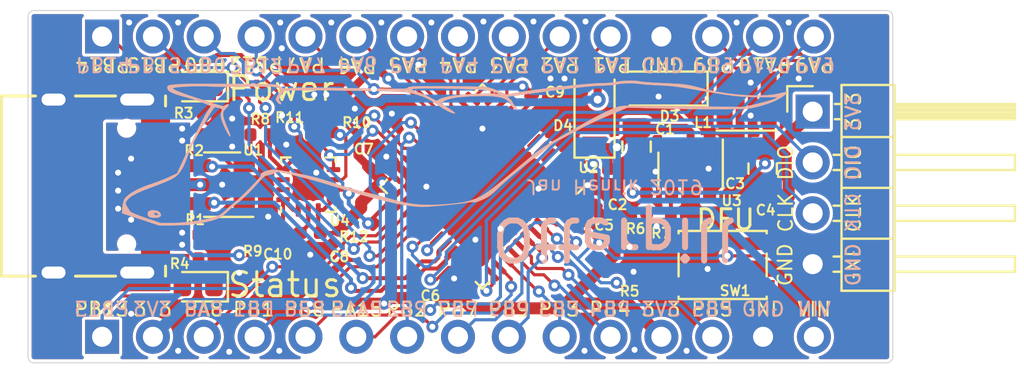
<source format=kicad_pcb>
(kicad_pcb (version 20171130) (host pcbnew 5.1.2)
  (layers (0 F.Cu signal) (31 B.Cu signal) (34 B.Paste user) (35 F.Paste user) (36 B.SilkS user) (37 F.SilkS user) (38 B.Mask user) (39 F.Mask user) (44 Edge.Cuts user))
  (net 0 "")
  (net 1 GND)
  (net 2 VBUS)
  (net 3 "Net-(C3-Pad2)")
  (net 4 "Net-(C3-Pad1)")
  (net 5 +3V3)
  (net 6 "Net-(D1-Pad1)")
  (net 7 "Net-(D2-Pad1)")
  (net 8 "Net-(J1-PadA8)")
  (net 9 "Net-(J1-PadB8)")
  (net 10 "Net-(R5-Pad1)")
  (net 11 "Net-(R6-Pad2)")
  (net 12 "Net-(U2-Pad7)")
  (net 13 "Net-(U2-Pad6)")
  (net 14 "Net-(U2-Pad5)")
  (net 15 "Net-(U2-Pad4)")
  (net 16 "Net-(U2-Pad3)")
  (net 17 "Net-(U3-Pad3)")
  (net 18 SWCLK)
  (net 19 SWDIO)
  (net 20 CC2)
  (net 21 CC1)
  (net 22 "Net-(R8-Pad2)")
  (net 23 "Net-(R9-Pad2)")
  (net 24 INT_N)
  (net 25 SDA)
  (net 26 SCL)
  (net 27 "Net-(U4-Pad13)")
  (net 28 "Net-(U4-Pad12)")
  (net 29 USB_P)
  (net 30 USB_N)
  (net 31 VIN)
  (net 32 315)
  (net 33 314)
  (net 34 313)
  (net 35 311)
  (net 36 310)
  (net 37 39)
  (net 38 38)
  (net 39 37)
  (net 40 36)
  (net 41 35)
  (net 42 33)
  (net 43 32)
  (net 44 31)
  (net 45 413)
  (net 46 411)
  (net 47 410)
  (net 48 49)
  (net 49 48)
  (net 50 47)
  (net 51 46)
  (net 52 45)
  (net 53 44)
  (net 54 43)
  (net 55 41)
  (net 56 312)
  (module Package_DFN_QFN:QFN-48-1EP_7x7mm_P0.5mm_EP5.6x5.6mm (layer F.Cu) (at 42.7 28.589949 225)
    (fp_text reference U2 (at -4.41231 -3.083022) (layer F.SilkS) (effects (font (size 0.5 0.5) (thickness 0.1))))
    (fp_text value STM32F072CBUx)
    (pad 48 smd roundrect (at -2.75 -3.4375 225) (size 0.25 0.875) (layers F.Cu F.Paste F.Mask) (net 5 +3V3))
    (pad 47 smd roundrect (at -2.25 -3.4375 225) (size 0.25 0.875) (layers F.Cu F.Paste F.Mask) (net 1 GND))
    (pad 46 smd roundrect (at -1.75 -3.4375 225) (size 0.25 0.875) (layers F.Cu F.Paste F.Mask) (net 34 313))
    (pad 45 smd roundrect (at -1.25 -3.4375 225) (size 0.25 0.875) (layers F.Cu F.Paste F.Mask) (net 52 45))
    (pad 44 smd roundrect (at -0.75 -3.4375 225) (size 0.25 0.875) (layers F.Cu F.Paste F.Mask) (net 10 "Net-(R5-Pad1)"))
    (pad 43 smd roundrect (at -0.25 -3.4375 225) (size 0.25 0.875) (layers F.Cu F.Paste F.Mask) (net 49 48))
    (pad 42 smd roundrect (at 0.25 -3.4375 225) (size 0.25 0.875) (layers F.Cu F.Paste F.Mask) (net 48 49))
    (pad 41 smd roundrect (at 0.75 -3.4375 225) (size 0.25 0.875) (layers F.Cu F.Paste F.Mask) (net 45 413))
    (pad 40 smd roundrect (at 1.25 -3.4375 225) (size 0.25 0.875) (layers F.Cu F.Paste F.Mask) (net 46 411))
    (pad 39 smd roundrect (at 1.75 -3.4375 225) (size 0.25 0.875) (layers F.Cu F.Paste F.Mask) (net 47 410))
    (pad 38 smd roundrect (at 2.25 -3.4375 225) (size 0.25 0.875) (layers F.Cu F.Paste F.Mask) (net 51 46))
    (pad 37 smd roundrect (at 2.75 -3.4375 225) (size 0.25 0.875) (layers F.Cu F.Paste F.Mask) (net 18 SWCLK))
    (pad 36 smd roundrect (at 3.4375 -2.75 225) (size 0.875 0.25) (layers F.Cu F.Paste F.Mask) (net 5 +3V3))
    (pad 35 smd roundrect (at 3.4375 -2.25 225) (size 0.875 0.25) (layers F.Cu F.Paste F.Mask) (net 1 GND))
    (pad 34 smd roundrect (at 3.4375 -1.75 225) (size 0.875 0.25) (layers F.Cu F.Paste F.Mask) (net 19 SWDIO))
    (pad 33 smd roundrect (at 3.4375 -1.25 225) (size 0.875 0.25) (layers F.Cu F.Paste F.Mask) (net 29 USB_P))
    (pad 32 smd roundrect (at 3.4375 -0.75 225) (size 0.875 0.25) (layers F.Cu F.Paste F.Mask) (net 30 USB_N))
    (pad 31 smd roundrect (at 3.4375 -0.25 225) (size 0.875 0.25) (layers F.Cu F.Paste F.Mask) (net 33 314))
    (pad 30 smd roundrect (at 3.4375 0.25 225) (size 0.875 0.25) (layers F.Cu F.Paste F.Mask) (net 32 315))
    (pad 29 smd roundrect (at 3.4375 0.75 225) (size 0.875 0.25) (layers F.Cu F.Paste F.Mask) (net 54 43))
    (pad 28 smd roundrect (at 3.4375 1.25 225) (size 0.875 0.25) (layers F.Cu F.Paste F.Mask) (net 43 32))
    (pad 27 smd roundrect (at 3.4375 1.75 225) (size 0.875 0.25) (layers F.Cu F.Paste F.Mask) (net 44 31))
    (pad 26 smd roundrect (at 3.4375 2.25 225) (size 0.875 0.25) (layers F.Cu F.Paste F.Mask) (net 55 41))
    (pad 25 smd roundrect (at 3.4375 2.75 225) (size 0.875 0.25) (layers F.Cu F.Paste F.Mask) (net 24 INT_N))
    (pad 24 smd roundrect (at 2.75 3.4375 225) (size 0.25 0.875) (layers F.Cu F.Paste F.Mask) (net 5 +3V3))
    (pad 23 smd roundrect (at 2.25 3.4375 225) (size 0.25 0.875) (layers F.Cu F.Paste F.Mask) (net 1 GND))
    (pad 22 smd roundrect (at 1.75 3.4375 225) (size 0.25 0.875) (layers F.Cu F.Paste F.Mask) (net 25 SDA))
    (pad 21 smd roundrect (at 1.25 3.4375 225) (size 0.25 0.875) (layers F.Cu F.Paste F.Mask) (net 26 SCL))
    (pad 20 smd roundrect (at 0.75 3.4375 225) (size 0.25 0.875) (layers F.Cu F.Paste F.Mask) (net 50 47))
    (pad 19 smd roundrect (at 0.25 3.4375 225) (size 0.25 0.875) (layers F.Cu F.Paste F.Mask) (net 53 44))
    (pad 18 smd roundrect (at -0.25 3.4375 225) (size 0.25 0.875) (layers F.Cu F.Paste F.Mask) (net 42 33))
    (pad 17 smd roundrect (at -0.75 3.4375 225) (size 0.25 0.875) (layers F.Cu F.Paste F.Mask) (net 41 35))
    (pad 16 smd roundrect (at -1.25 3.4375 225) (size 0.25 0.875) (layers F.Cu F.Paste F.Mask) (net 40 36))
    (pad 15 smd roundrect (at -1.75 3.4375 225) (size 0.25 0.875) (layers F.Cu F.Paste F.Mask) (net 39 37))
    (pad 14 smd roundrect (at -2.25 3.4375 225) (size 0.25 0.875) (layers F.Cu F.Paste F.Mask) (net 38 38))
    (pad 13 smd roundrect (at -2.75 3.4375 225) (size 0.25 0.875) (layers F.Cu F.Paste F.Mask) (net 37 39))
    (pad 12 smd roundrect (at -3.4375 2.75 225) (size 0.875 0.25) (layers F.Cu F.Paste F.Mask) (net 36 310))
    (pad 11 smd roundrect (at -3.4375 2.25 225) (size 0.875 0.25) (layers F.Cu F.Paste F.Mask) (net 35 311))
    (pad 10 smd roundrect (at -3.4375 1.75 225) (size 0.875 0.25) (layers F.Cu F.Paste F.Mask) (net 56 312))
    (pad 9 smd roundrect (at -3.4375 1.25 225) (size 0.875 0.25) (layers F.Cu F.Paste F.Mask) (net 5 +3V3))
    (pad 8 smd roundrect (at -3.4375 0.75 225) (size 0.875 0.25) (layers F.Cu F.Paste F.Mask) (net 1 GND))
    (pad 7 smd roundrect (at -3.4375 0.25 225) (size 0.875 0.25) (layers F.Cu F.Paste F.Mask) (net 12 "Net-(U2-Pad7)"))
    (pad 6 smd roundrect (at -3.4375 -0.25 225) (size 0.875 0.25) (layers F.Cu F.Paste F.Mask) (net 13 "Net-(U2-Pad6)"))
    (pad 5 smd roundrect (at -3.4375 -0.75 225) (size 0.875 0.25) (layers F.Cu F.Paste F.Mask) (net 14 "Net-(U2-Pad5)"))
    (pad 4 smd roundrect (at -3.4375 -1.25 225) (size 0.875 0.25) (layers F.Cu F.Paste F.Mask) (net 15 "Net-(U2-Pad4)"))
    (pad 3 smd roundrect (at -3.4375 -1.75 225) (size 0.875 0.25) (layers F.Cu F.Paste F.Mask) (net 16 "Net-(U2-Pad3)"))
    (pad 2 smd roundrect (at -3.4375 -2.25 225) (size 0.875 0.25) (layers F.Cu F.Paste F.Mask) (net 10 "Net-(R5-Pad1)"))
    (pad 1 smd roundrect (at -3.4375 -2.75 225) (size 0.875 0.25) (layers F.Cu F.Paste F.Mask) (net 5 +3V3))
    (pad 49 smd roundrect (at 0 0 225) (size 5 5) (layers F.Cu F.Mask) (roundrect_rratio 0.045) (net 1 GND))
  )
  (module otter:otter_laying_3411 (layer B.Cu) (at 41 26.9)
    (fp_text reference G*** hide)
    (fp_text value LOGO hide)
  )
  (module Diode_SMD:D_SOD-123 (layer F.Cu) (at 51.7 23.7 180)
    (fp_text reference D3 (at -0.35 -1.375 180) (layer F.SilkS) (effects (font (size 0.5 0.5) (thickness 0.1))))
    (fp_text value SS310)
    (pad 2 smd rect (at 1.65 0 180) (size 0.9 1.2) (layers F.Cu F.Paste F.Mask) (net 1 GND))
    (pad 1 smd rect (at -1.65 0 180) (size 0.9 1.2) (layers F.Cu F.Paste F.Mask) (net 3 "Net-(C3-Pad2)"))
  )
  (module Inductor_SMD:L_Taiyo-Yuden_MD-3030 (layer F.Cu) (at 55.9 24.2)
    (fp_text reference L1 (at -2.175 1.2) (layer F.SilkS) (effects (font (size 0.5 0.5) (thickness 0.1))))
    (fp_text value 4u7)
    (pad 2 smd rect (at 1.1 0) (size 0.8 2.7) (layers F.Cu F.Paste F.Mask) (net 5 +3V3))
    (pad 1 smd rect (at -1.1 0) (size 0.8 2.7) (layers F.Cu F.Paste F.Mask) (net 3 "Net-(C3-Pad2)"))
  )
  (module Connector_PinHeader_2.54mm:PinHeader_1x15_P2.54mm_Vertical (layer F.Cu) (at 23.7 21.1 90)
    (fp_text reference J3 hide)
    (fp_text value 1)
    (pad 15 thru_hole oval (at 0 35.56 90) (size 1.7 1.7) (drill 1) (layers *.Cu *.Mask) (net 32 315))
    (pad 14 thru_hole oval (at 0 33.02 90) (size 1.7 1.7) (drill 1) (layers *.Cu *.Mask) (net 33 314))
    (pad 13 thru_hole oval (at 0 30.48 90) (size 1.7 1.7) (drill 1) (layers *.Cu *.Mask) (net 34 313))
    (pad 12 thru_hole oval (at 0 27.94 90) (size 1.7 1.7) (drill 1) (layers *.Cu *.Mask) (net 1 GND))
    (pad 11 thru_hole oval (at 0 25.4 90) (size 1.7 1.7) (drill 1) (layers *.Cu *.Mask) (net 35 311))
    (pad 10 thru_hole oval (at 0 22.86 90) (size 1.7 1.7) (drill 1) (layers *.Cu *.Mask) (net 36 310))
    (pad 9 thru_hole oval (at 0 20.32 90) (size 1.7 1.7) (drill 1) (layers *.Cu *.Mask) (net 37 39))
    (pad 8 thru_hole oval (at 0 17.78 90) (size 1.7 1.7) (drill 1) (layers *.Cu *.Mask) (net 38 38))
    (pad 7 thru_hole oval (at 0 15.24 90) (size 1.7 1.7) (drill 1) (layers *.Cu *.Mask) (net 39 37))
    (pad 6 thru_hole oval (at 0 12.7 90) (size 1.7 1.7) (drill 1) (layers *.Cu *.Mask) (net 40 36))
    (pad 5 thru_hole oval (at 0 10.16 90) (size 1.7 1.7) (drill 1) (layers *.Cu *.Mask) (net 41 35))
    (pad 4 thru_hole oval (at 0 7.62 90) (size 1.7 1.7) (drill 1) (layers *.Cu *.Mask) (net 24 INT_N))
    (pad 3 thru_hole oval (at 0 5.08 90) (size 1.7 1.7) (drill 1) (layers *.Cu *.Mask) (net 42 33))
    (pad 2 thru_hole oval (at 0 2.54 90) (size 1.7 1.7) (drill 1) (layers *.Cu *.Mask) (net 43 32))
    (pad 1 thru_hole rect (at 0 0 90) (size 1.7 1.7) (drill 1) (layers *.Cu *.Mask) (net 44 31))
  )
  (module Connector_PinHeader_2.54mm:PinHeader_1x15_P2.54mm_Vertical (layer F.Cu) (at 23.7 36.1 90)
    (fp_text reference J4 hide)
    (fp_text value 2)
    (pad 15 thru_hole oval (at 0 35.56 90) (size 1.7 1.7) (drill 1) (layers *.Cu *.Mask) (net 31 VIN))
    (pad 14 thru_hole oval (at 0 33.02 90) (size 1.7 1.7) (drill 1) (layers *.Cu *.Mask) (net 1 GND))
    (pad 13 thru_hole oval (at 0 30.48 90) (size 1.7 1.7) (drill 1) (layers *.Cu *.Mask) (net 45 413))
    (pad 12 thru_hole oval (at 0 27.94 90) (size 1.7 1.7) (drill 1) (layers *.Cu *.Mask) (net 5 +3V3))
    (pad 11 thru_hole oval (at 0 25.4 90) (size 1.7 1.7) (drill 1) (layers *.Cu *.Mask) (net 46 411))
    (pad 10 thru_hole oval (at 0 22.86 90) (size 1.7 1.7) (drill 1) (layers *.Cu *.Mask) (net 47 410))
    (pad 9 thru_hole oval (at 0 20.32 90) (size 1.7 1.7) (drill 1) (layers *.Cu *.Mask) (net 48 49))
    (pad 8 thru_hole oval (at 0 17.78 90) (size 1.7 1.7) (drill 1) (layers *.Cu *.Mask) (net 49 48))
    (pad 7 thru_hole oval (at 0 15.24 90) (size 1.7 1.7) (drill 1) (layers *.Cu *.Mask) (net 50 47))
    (pad 6 thru_hole oval (at 0 12.7 90) (size 1.7 1.7) (drill 1) (layers *.Cu *.Mask) (net 51 46))
    (pad 5 thru_hole oval (at 0 10.16 90) (size 1.7 1.7) (drill 1) (layers *.Cu *.Mask) (net 52 45))
    (pad 4 thru_hole oval (at 0 7.62 90) (size 1.7 1.7) (drill 1) (layers *.Cu *.Mask) (net 53 44))
    (pad 3 thru_hole oval (at 0 5.08 90) (size 1.7 1.7) (drill 1) (layers *.Cu *.Mask) (net 54 43))
    (pad 2 thru_hole oval (at 0 2.54 90) (size 1.7 1.7) (drill 1) (layers *.Cu *.Mask) (net 5 +3V3))
    (pad 1 thru_hole rect (at 0 0 90) (size 1.7 1.7) (drill 1) (layers *.Cu *.Mask) (net 55 41))
  )
  (module Button_Switch_SMD:SW_SPST_PTS810 (layer F.Cu) (at 54.7 32.512 180)
    (fp_text reference SW1 (at -0.625 -1.288 180) (layer F.SilkS) (effects (font (size 0.5 0.5) (thickness 0.1))))
    (fp_text value SW_Push)
    (pad 2 smd rect (at 2.075 1.075 180) (size 1.05 0.65) (layers F.Cu F.Paste F.Mask) (net 5 +3V3))
    (pad 2 smd rect (at -2.075 1.075 180) (size 1.05 0.65) (layers F.Cu F.Paste F.Mask) (net 5 +3V3))
    (pad 1 smd rect (at 2.075 -1.075 180) (size 1.05 0.65) (layers F.Cu F.Paste F.Mask) (net 10 "Net-(R5-Pad1)"))
    (pad 1 smd rect (at -2.075 -1.075 180) (size 1.05 0.65) (layers F.Cu F.Paste F.Mask) (net 10 "Net-(R5-Pad1)"))
  )
  (module Diode_SMD:D_SOD-123 (layer F.Cu) (at 48.3 24.9 90)
    (fp_text reference D4 (at -0.65 -1.575 180) (layer F.SilkS) (effects (font (size 0.5 0.5) (thickness 0.1))))
    (fp_text value SS310)
    (pad 2 smd rect (at 1.65 0 90) (size 0.9 1.2) (layers F.Cu F.Paste F.Mask) (net 2 VBUS))
    (pad 1 smd rect (at -1.65 0 90) (size 0.9 1.2) (layers F.Cu F.Paste F.Mask) (net 31 VIN))
  )
  (module Capacitor_SMD:C_0402_1005Metric (layer F.Cu) (at 33.6 31.4 270)
    (fp_text reference C10 (at 0.575 1.125) (layer F.SilkS) (effects (font (size 0.5 0.5) (thickness 0.1))))
    (fp_text value 100n)
    (pad 2 smd roundrect (at 0.485 0 270) (size 0.59 0.64) (layers F.Cu F.Paste F.Mask) (net 1 GND))
    (pad 1 smd roundrect (at -0.485 0 270) (size 0.59 0.64) (layers F.Cu F.Paste F.Mask) (net 2 VBUS))
  )
  (module Capacitor_SMD:C_0402_1005Metric (layer F.Cu) (at 45.5 24.4 315)
    (fp_text reference C9 (at 0.213769 -0.956231) (layer F.SilkS) (effects (font (size 0.5 0.5) (thickness 0.1))))
    (fp_text value 100n)
    (pad 2 smd roundrect (at 0.485 0 315) (size 0.59 0.64) (layers F.Cu F.Paste F.Mask) (net 1 GND))
    (pad 1 smd roundrect (at -0.485 0 315) (size 0.59 0.64) (layers F.Cu F.Paste F.Mask) (net 5 +3V3))
  )
  (module Capacitor_SMD:C_0402_1005Metric (layer F.Cu) (at 34.6 31.4 270)
    (fp_text reference C8 (at 0.7 -0.95) (layer F.SilkS) (effects (font (size 0.5 0.5) (thickness 0.1))))
    (fp_text value 100n)
    (pad 2 smd roundrect (at 0.485 0 270) (size 0.59 0.64) (layers F.Cu F.Paste F.Mask) (net 1 GND))
    (pad 1 smd roundrect (at -0.485 0 270) (size 0.59 0.64) (layers F.Cu F.Paste F.Mask) (net 5 +3V3))
  )
  (module Capacitor_SMD:C_0402_1005Metric (layer F.Cu) (at 37.4 27.3 45)
    (fp_text reference C7 (at -0.035355 -0.848528 180) (layer F.SilkS) (effects (font (size 0.5 0.5) (thickness 0.1))))
    (fp_text value 100n)
    (pad 2 smd roundrect (at 0.485 0 45) (size 0.59 0.64) (layers F.Cu F.Paste F.Mask) (net 1 GND))
    (pad 1 smd roundrect (at -0.485 0 45) (size 0.59 0.64) (layers F.Cu F.Paste F.Mask) (net 5 +3V3))
  )
  (module Capacitor_SMD:C_0402_1005Metric (layer F.Cu) (at 41.342947 33.842947 135)
    (fp_text reference C6 (at 0.732488 -1.025305 180) (layer F.SilkS) (effects (font (size 0.5 0.5) (thickness 0.1))))
    (fp_text value 100n)
    (pad 2 smd roundrect (at 0.485 0 135) (size 0.59 0.64) (layers F.Cu F.Paste F.Mask) (net 1 GND))
    (pad 1 smd roundrect (at -0.485 0 135) (size 0.59 0.64) (layers F.Cu F.Paste F.Mask) (net 5 +3V3))
  )
  (module Capacitor_SMD:C_0402_1005Metric (layer F.Cu) (at 48 29.9 225)
    (fp_text reference C5 (at -0.106066 -0.989949) (layer F.SilkS) (effects (font (size 0.5 0.5) (thickness 0.1))))
    (fp_text value 100n)
    (pad 2 smd roundrect (at 0.485 0 225) (size 0.59 0.64) (layers F.Cu F.Paste F.Mask) (net 1 GND))
    (pad 1 smd roundrect (at -0.485 0 225) (size 0.59 0.64) (layers F.Cu F.Paste F.Mask) (net 5 +3V3))
  )
  (module Capacitor_SMD:C_0402_1005Metric (layer F.Cu) (at 55.3 27.2 90)
    (fp_text reference C3 (at -1.25 0.025 180) (layer F.SilkS) (effects (font (size 0.5 0.5) (thickness 0.1))))
    (fp_text value 100n)
    (pad 2 smd roundrect (at 0.485 0 90) (size 0.59 0.64) (layers F.Cu F.Paste F.Mask) (net 3 "Net-(C3-Pad2)"))
    (pad 1 smd roundrect (at -0.485 0 90) (size 0.59 0.64) (layers F.Cu F.Paste F.Mask) (net 4 "Net-(C3-Pad1)"))
  )
  (module Capacitor_SMD:C_0402_1005Metric (layer F.Cu) (at 49 28.2 270)
    (fp_text reference C2 (at 1.3 -0.45) (layer F.SilkS) (effects (font (size 0.5 0.5) (thickness 0.1))))
    (fp_text value 100n)
    (pad 2 smd roundrect (at 0.485 0 270) (size 0.59 0.64) (layers F.Cu F.Paste F.Mask) (net 1 GND))
    (pad 1 smd roundrect (at -0.485 0 270) (size 0.59 0.64) (layers F.Cu F.Paste F.Mask) (net 31 VIN))
  )
  (module Resistor_SMD:R_0402_1005Metric (layer F.Cu) (at 36.9 30.1 315)
    (fp_text reference R12 (at 0.265165 1.149049 180) (layer F.SilkS) (effects (font (size 0.5 0.5) (thickness 0.1))))
    (fp_text value 5k1)
    (pad 2 smd roundrect (at 0.485 0 315) (size 0.59 0.64) (layers F.Cu F.Paste F.Mask) (net 24 INT_N))
    (pad 1 smd roundrect (at -0.485 0 315) (size 0.59 0.64) (layers F.Cu F.Paste F.Mask) (net 5 +3V3))
  )
  (module Resistor_SMD:R_0402_1005Metric (layer F.Cu) (at 34.2 25.4 270)
    (fp_text reference R11 (at -0.25 1.125) (layer F.SilkS) (effects (font (size 0.5 0.5) (thickness 0.1))))
    (fp_text value 5k1)
    (pad 2 smd roundrect (at 0.485 0 270) (size 0.59 0.64) (layers F.Cu F.Paste F.Mask) (net 25 SDA))
    (pad 1 smd roundrect (at -0.485 0 270) (size 0.59 0.64) (layers F.Cu F.Paste F.Mask) (net 5 +3V3))
  )
  (module Resistor_SMD:R_0402_1005Metric (layer F.Cu) (at 35.2 25.399999 270)
    (fp_text reference R10 (at 0 -1.225) (layer F.SilkS) (effects (font (size 0.5 0.5) (thickness 0.1))))
    (fp_text value 5k1)
    (pad 2 smd roundrect (at 0.485 0 270) (size 0.59 0.64) (layers F.Cu F.Paste F.Mask) (net 26 SCL))
    (pad 1 smd roundrect (at -0.485 0 270) (size 0.59 0.64) (layers F.Cu F.Paste F.Mask) (net 5 +3V3))
  )
  (module Resistor_SMD:R_0402_1005Metric (layer F.Cu) (at 31.6 31)
    (fp_text reference R9 (at -0.375 0.825) (layer F.SilkS) (effects (font (size 0.5 0.5) (thickness 0.1))))
    (fp_text value DNP)
    (pad 2 smd roundrect (at 0.485 0) (size 0.59 0.64) (layers F.Cu F.Paste F.Mask) (net 23 "Net-(R9-Pad2)"))
    (pad 1 smd roundrect (at -0.485 0) (size 0.59 0.64) (layers F.Cu F.Paste F.Mask) (net 20 CC2))
  )
  (module Resistor_SMD:R_0402_1005Metric (layer F.Cu) (at 31.6 26)
    (fp_text reference R8 (at 0 -0.775) (layer F.SilkS) (effects (font (size 0.5 0.5) (thickness 0.1))))
    (fp_text value DNP)
    (pad 2 smd roundrect (at 0.485 0) (size 0.59 0.64) (layers F.Cu F.Paste F.Mask) (net 22 "Net-(R8-Pad2)"))
    (pad 1 smd roundrect (at -0.485 0) (size 0.59 0.64) (layers F.Cu F.Paste F.Mask) (net 21 CC1))
  )
  (module Resistor_SMD:R_0402_1005Metric (layer F.Cu) (at 52.6 30.1)
    (fp_text reference R7 (at -0.975 0.825) (layer F.SilkS) (effects (font (size 0.5 0.5) (thickness 0.1))))
    (fp_text value 5k1)
    (pad 2 smd roundrect (at 0.485 0) (size 0.59 0.64) (layers F.Cu F.Paste F.Mask) (net 1 GND))
    (pad 1 smd roundrect (at -0.485 0) (size 0.59 0.64) (layers F.Cu F.Paste F.Mask) (net 11 "Net-(R6-Pad2)"))
  )
  (module Resistor_SMD:R_0402_1005Metric (layer F.Cu) (at 50.9 29.4 270)
    (fp_text reference R6 (at 1.3 0.55) (layer F.SilkS) (effects (font (size 0.5 0.5) (thickness 0.1))))
    (fp_text value TBD)
    (pad 2 smd roundrect (at 0.485 0 270) (size 0.59 0.64) (layers F.Cu F.Paste F.Mask) (net 11 "Net-(R6-Pad2)"))
    (pad 1 smd roundrect (at -0.485 0 270) (size 0.59 0.64) (layers F.Cu F.Paste F.Mask) (net 5 +3V3))
  )
  (module Resistor_SMD:R_0402_1005Metric (layer F.Cu) (at 51 33.1 90)
    (fp_text reference R5 (at -0.725 -0.946 180) (layer F.SilkS) (effects (font (size 0.5 0.5) (thickness 0.1))))
    (fp_text value 5k1)
    (pad 2 smd roundrect (at 0.485 0 90) (size 0.59 0.64) (layers F.Cu F.Paste F.Mask) (net 1 GND))
    (pad 1 smd roundrect (at -0.485 0 90) (size 0.59 0.64) (layers F.Cu F.Paste F.Mask) (net 10 "Net-(R5-Pad1)"))
  )
  (module Resistor_SMD:R_0402_1005Metric (layer F.Cu) (at 29 32.2)
    (fp_text reference R4 (at -1.425 0.25) (layer F.SilkS) (effects (font (size 0.5 0.5) (thickness 0.1))))
    (fp_text value R)
    (pad 2 smd roundrect (at 0.485 0) (size 0.59 0.64) (layers F.Cu F.Paste F.Mask) (net 1 GND))
    (pad 1 smd roundrect (at -0.485 0) (size 0.59 0.64) (layers F.Cu F.Paste F.Mask) (net 7 "Net-(D2-Pad1)"))
  )
  (module Resistor_SMD:R_0402_1005Metric (layer F.Cu) (at 29.2 24.9)
    (fp_text reference R3 (at -1.425 0.025) (layer F.SilkS) (effects (font (size 0.5 0.5) (thickness 0.1))))
    (fp_text value R)
    (pad 2 smd roundrect (at 0.485 0) (size 0.59 0.64) (layers F.Cu F.Paste F.Mask) (net 1 GND))
    (pad 1 smd roundrect (at -0.485 0) (size 0.59 0.64) (layers F.Cu F.Paste F.Mask) (net 6 "Net-(D1-Pad1)"))
  )
  (module Resistor_SMD:R_0402_1005Metric (layer F.Cu) (at 29.2 26 180)
    (fp_text reference R2 (at 0.9 -0.8 180) (layer F.SilkS) (effects (font (size 0.5 0.5) (thickness 0.1))))
    (fp_text value 5k1)
    (pad 2 smd roundrect (at 0.485 0 180) (size 0.59 0.64) (layers F.Cu F.Paste F.Mask) (net 21 CC1))
    (pad 1 smd roundrect (at -0.485 0 180) (size 0.59 0.64) (layers F.Cu F.Paste F.Mask) (net 1 GND))
  )
  (module Resistor_SMD:R_0402_1005Metric (layer F.Cu) (at 29 31 180)
    (fp_text reference R1 (at 0.65 0.75 180) (layer F.SilkS) (effects (font (size 0.5 0.5) (thickness 0.1))))
    (fp_text value 5k1)
    (pad 2 smd roundrect (at 0.485 0 180) (size 0.59 0.64) (layers F.Cu F.Paste F.Mask) (net 20 CC2))
    (pad 1 smd roundrect (at -0.485 0 180) (size 0.59 0.64) (layers F.Cu F.Paste F.Mask) (net 1 GND))
  )
  (module Package_DFN_QFN:WQFN-14-1EP_2.5x2.5mm_P0.5mm_EP1.45x1.45mm (layer F.Cu) (at 34 28.5 90)
    (fp_text reference U4 (at -1.8 1.575 180) (layer F.SilkS) (effects (font (size 0.5 0.5) (thickness 0.1))))
    (fp_text value FUSB302BMPX)
    (pad 14 smd roundrect (at -0.75 -1.2625 90) (size 0.25 0.675) (layers F.Cu F.Paste F.Mask) (net 23 "Net-(R9-Pad2)"))
    (pad 13 smd roundrect (at -0.25 -1.2625 90) (size 0.25 0.675) (layers F.Cu F.Paste F.Mask) (net 27 "Net-(U4-Pad13)"))
    (pad 12 smd roundrect (at 0.25 -1.2625 90) (size 0.25 0.675) (layers F.Cu F.Paste F.Mask) (net 28 "Net-(U4-Pad12)"))
    (pad 11 smd roundrect (at 0.75 -1.2625 90) (size 0.25 0.675) (layers F.Cu F.Paste F.Mask) (net 22 "Net-(R8-Pad2)"))
    (pad 10 smd roundrect (at 1.2625 -0.5 90) (size 0.675 0.25) (layers F.Cu F.Paste F.Mask) (net 22 "Net-(R8-Pad2)"))
    (pad 9 smd roundrect (at 1.2625 0 90) (size 0.675 0.25) (layers F.Cu F.Paste F.Mask) (net 1 GND))
    (pad 8 smd roundrect (at 1.2625 0.5 90) (size 0.675 0.25) (layers F.Cu F.Paste F.Mask) (net 1 GND))
    (pad 7 smd roundrect (at 0.75 1.2625 90) (size 0.25 0.675) (layers F.Cu F.Paste F.Mask) (net 25 SDA))
    (pad 6 smd roundrect (at 0.25 1.2625 90) (size 0.25 0.675) (layers F.Cu F.Paste F.Mask) (net 26 SCL))
    (pad 5 smd roundrect (at -0.25 1.2625 90) (size 0.25 0.675) (layers F.Cu F.Paste F.Mask) (net 24 INT_N))
    (pad 4 smd roundrect (at -0.75 1.2625 90) (size 0.25 0.675) (layers F.Cu F.Paste F.Mask) (net 5 +3V3))
    (pad 3 smd roundrect (at -1.2625 0.5 90) (size 0.675 0.25) (layers F.Cu F.Paste F.Mask) (net 5 +3V3))
    (pad 2 smd roundrect (at -1.2625 0 90) (size 0.675 0.25) (layers F.Cu F.Paste F.Mask) (net 2 VBUS))
    (pad 1 smd roundrect (at -1.2625 -0.5 90) (size 0.675 0.25) (layers F.Cu F.Paste F.Mask) (net 23 "Net-(R9-Pad2)"))
    (pad 15 smd roundrect (at 0 0 90) (size 1.45 1.45) (layers F.Cu F.Mask) (roundrect_rratio 0.172414) (net 1 GND))
  )
  (module Connector_PinHeader_2.54mm:PinHeader_1x04_P2.54mm_Horizontal (layer F.Cu) (at 59.2 24.85)
    (fp_text reference J5 hide)
    (fp_text value SWD)
    (pad 4 thru_hole oval (at 0 7.62) (size 1.7 1.7) (drill 1) (layers *.Cu *.Mask) (net 1 GND))
    (pad 3 thru_hole oval (at 0 5.08) (size 1.7 1.7) (drill 1) (layers *.Cu *.Mask) (net 18 SWCLK))
    (pad 2 thru_hole oval (at 0 2.54) (size 1.7 1.7) (drill 1) (layers *.Cu *.Mask) (net 19 SWDIO))
    (pad 1 thru_hole rect (at 0 0) (size 1.7 1.7) (drill 1) (layers *.Cu *.Mask) (net 5 +3V3))
  )
  (module Package_TO_SOT_SMD:SOT-23-6 (layer F.Cu) (at 53.1 27.8 270)
    (fp_text reference U3 (at 1.5 -2.05) (layer F.SilkS) (effects (font (size 0.5 0.5) (thickness 0.1))))
    (fp_text value ACT4088)
    (pad 5 smd rect (at 1.1 0 270) (size 1.06 0.65) (layers F.Cu F.Paste F.Mask) (net 1 GND))
    (pad 6 smd rect (at 1.1 -0.95 270) (size 1.06 0.65) (layers F.Cu F.Paste F.Mask) (net 4 "Net-(C3-Pad1)"))
    (pad 4 smd rect (at 1.1 0.95 270) (size 1.06 0.65) (layers F.Cu F.Paste F.Mask) (net 11 "Net-(R6-Pad2)"))
    (pad 3 smd rect (at -1.1 0.95 270) (size 1.06 0.65) (layers F.Cu F.Paste F.Mask) (net 17 "Net-(U3-Pad3)"))
    (pad 2 smd rect (at -1.1 0 270) (size 1.06 0.65) (layers F.Cu F.Paste F.Mask) (net 31 VIN))
    (pad 1 smd rect (at -1.1 -0.95 270) (size 1.06 0.65) (layers F.Cu F.Paste F.Mask) (net 3 "Net-(C3-Pad2)"))
  )
  (module Package_TO_SOT_SMD:SOT-23-6 (layer F.Cu) (at 29.7 28.5 180)
    (fp_text reference U1 (at -1.55 1.725 180) (layer F.SilkS) (effects (font (size 0.5 0.5) (thickness 0.1))))
    (fp_text value USBLC6-4)
    (pad 5 smd rect (at 1.1 0 180) (size 1.06 0.65) (layers F.Cu F.Paste F.Mask) (net 2 VBUS))
    (pad 6 smd rect (at 1.1 -0.95 180) (size 1.06 0.65) (layers F.Cu F.Paste F.Mask) (net 29 USB_P))
    (pad 4 smd rect (at 1.1 0.95 180) (size 1.06 0.65) (layers F.Cu F.Paste F.Mask) (net 30 USB_N))
    (pad 3 smd rect (at -1.1 0.95 180) (size 1.06 0.65) (layers F.Cu F.Paste F.Mask) (net 21 CC1))
    (pad 2 smd rect (at -1.1 0 180) (size 1.06 0.65) (layers F.Cu F.Paste F.Mask) (net 1 GND))
    (pad 1 smd rect (at -1.1 -0.95 180) (size 1.06 0.65) (layers F.Cu F.Paste F.Mask) (net 20 CC2))
  )
  (module "otter:USB-C 16Pin" (layer F.Cu) (at 26.369999 28.57 270)
    (fp_text reference J1 hide)
    (fp_text value USB-c)
    (pad S1 thru_hole oval (at -4.32 0.915 270) (size 1 2.1) (drill oval 0.6 1.7) (layers *.Cu *.Mask) (net 1 GND))
    (pad S1 thru_hole oval (at 4.32 0.915 270) (size 1 2.1) (drill oval 0.6 1.7) (layers *.Cu *.Mask) (net 1 GND))
    (pad S1 thru_hole oval (at -4.32 5.095 270) (size 1 1.6) (drill oval 0.6 1.2) (layers *.Cu *.Mask) (net 1 GND))
    (pad S1 thru_hole oval (at 4.32 5.095 270) (size 1 1.6) (drill oval 0.6 1.2) (layers *.Cu *.Mask) (net 1 GND))
    (pad "" np_thru_hole circle (at 2.89 1.445 270) (size 0.65 0.65) (drill 0.65) (layers *.Cu *.Mask))
    (pad "" np_thru_hole circle (at -2.89 1.445 270) (size 0.65 0.65) (drill 0.65) (layers *.Cu *.Mask))
    (pad B1 smd rect (at 3.2 0 270) (size 0.6 1.45) (layers F.Cu F.Paste F.Mask) (net 1 GND))
    (pad B4 smd rect (at 2.4 0 270) (size 0.6 1.45) (layers F.Cu F.Paste F.Mask) (net 2 VBUS))
    (pad B5 smd rect (at 1.75 0 270) (size 0.3 1.45) (layers F.Cu F.Paste F.Mask) (net 20 CC2))
    (pad A8 smd rect (at 1.25 0 270) (size 0.3 1.45) (layers F.Cu F.Paste F.Mask) (net 8 "Net-(J1-PadA8)"))
    (pad B6 smd rect (at 0.75 0 270) (size 0.3 1.45) (layers F.Cu F.Paste F.Mask) (net 29 USB_P))
    (pad A7 smd rect (at 0.25 0 270) (size 0.3 1.45) (layers F.Cu F.Paste F.Mask) (net 30 USB_N))
    (pad A6 smd rect (at -0.25 0 270) (size 0.3 1.45) (layers F.Cu F.Paste F.Mask) (net 29 USB_P))
    (pad B7 smd rect (at -0.75 0 270) (size 0.3 1.45) (layers F.Cu F.Paste F.Mask) (net 30 USB_N))
    (pad A5 smd rect (at -1.25 0 270) (size 0.3 1.45) (layers F.Cu F.Paste F.Mask) (net 21 CC1))
    (pad B8 smd rect (at -1.75 0 270) (size 0.3 1.45) (layers F.Cu F.Paste F.Mask) (net 9 "Net-(J1-PadB8)"))
    (pad A4 smd rect (at -2.4 0 270) (size 0.6 1.45) (layers F.Cu F.Paste F.Mask) (net 2 VBUS))
    (pad A1 smd rect (at -3.2 0 270) (size 0.6 1.45) (layers F.Cu F.Paste F.Mask) (net 1 GND))
  )
  (module LED_SMD:LED_0603_1608Metric (layer F.Cu) (at 28.5 33.6 180)
    (fp_text reference D2 hide)
    (fp_text value LED)
    (pad 2 smd roundrect (at 0.7875 0 180) (size 0.875 0.95) (layers F.Cu F.Paste F.Mask) (net 55 41))
    (pad 1 smd roundrect (at -0.7875 0 180) (size 0.875 0.95) (layers F.Cu F.Paste F.Mask) (net 7 "Net-(D2-Pad1)"))
  )
  (module LED_SMD:LED_0603_1608Metric (layer F.Cu) (at 28.5 23.6 180)
    (fp_text reference D1 hide)
    (fp_text value LED)
    (pad 2 smd roundrect (at 0.7875 0 180) (size 0.875 0.95) (layers F.Cu F.Paste F.Mask) (net 5 +3V3))
    (pad 1 smd roundrect (at -0.7875 0 180) (size 0.875 0.95) (layers F.Cu F.Paste F.Mask) (net 6 "Net-(D1-Pad1)"))
  )
  (module Capacitor_SMD:C_0805_2012Metric (layer F.Cu) (at 56.7 27.7 270)
    (fp_text reference C4 (at 2.075 -0.15) (layer F.SilkS) (effects (font (size 0.5 0.5) (thickness 0.1))))
    (fp_text value 10u)
    (pad 2 smd roundrect (at 0.9375 0 270) (size 0.975 1.4) (layers F.Cu F.Paste F.Mask) (net 1 GND))
    (pad 1 smd roundrect (at -0.9375 0 270) (size 0.975 1.4) (layers F.Cu F.Paste F.Mask) (net 5 +3V3))
  )
  (module Capacitor_SMD:C_0805_2012Metric (layer F.Cu) (at 50.4 26.6 270)
    (fp_text reference C1 (at -0.875 -1.425) (layer F.SilkS) (effects (font (size 0.5 0.5) (thickness 0.1))))
    (fp_text value 10u)
    (pad 2 smd roundrect (at 0.9375 0 270) (size 0.975 1.4) (layers F.Cu F.Paste F.Mask) (net 1 GND))
    (pad 1 smd roundrect (at -0.9375 0 270) (size 0.975 1.4) (layers F.Cu F.Paste F.Mask) (net 31 VIN))
  )
  (gr_text "Jan Henrik 2019" (at 49.3 28.6 180) (layer B.SilkS) (effects (font (size 0.7 0.7) (thickness 0.1)) (justify mirror)))
  (gr_text "Otterpill\n" (at 49.3 31.2 180) (layer B.SilkS) (effects (font (size 2 2) (thickness 0.3)) (justify mirror)))
  (gr_text 3V3 (at 61.2 24.85 90) (layer B.SilkS) (effects (font (size 0.7 0.7) (thickness 0.1)) (justify mirror)))
  (gr_text DIO (at 61.2 27.4 90) (layer B.SilkS) (effects (font (size 0.7 0.7) (thickness 0.1)) (justify mirror)))
  (gr_text CLK (at 61.2 29.9 90) (layer B.SilkS) (effects (font (size 0.7 0.7) (thickness 0.1)) (justify mirror)))
  (gr_text GND (at 61.225 32.5 90) (layer B.SilkS) (effects (font (size 0.7 0.7) (thickness 0.1)) (justify mirror)))
  (gr_text GND (at 51.725 22.5 180) (layer B.SilkS) (effects (font (size 0.7 0.7) (thickness 0.1)) (justify mirror)))
  (gr_text PB0 (at 28.875 22.5 180) (layer B.SilkS) (effects (font (size 0.7 0.7) (thickness 0.1)) (justify mirror)))
  (gr_text PB9 (at 54.275 22.5 180) (layer B.SilkS) (effects (font (size 0.7 0.7) (thickness 0.1)) (justify mirror)))
  (gr_text PB12 (at 31.4 22.55 180) (layer B.SilkS) (effects (font (size 0.7 0.7) (thickness 0.1)) (justify mirror)))
  (gr_text PA6 (at 36.475 22.45 180) (layer B.SilkS) (effects (font (size 0.7 0.7) (thickness 0.1)) (justify mirror)))
  (gr_text PA10 (at 56.825 22.5 180) (layer B.SilkS) (effects (font (size 0.7 0.7) (thickness 0.1)) (justify mirror)))
  (gr_text PA1 (at 49.2 22.5 180) (layer B.SilkS) (effects (font (size 0.7 0.7) (thickness 0.1)) (justify mirror)))
  (gr_text PA5 (at 39.025 22.5 180) (layer B.SilkS) (effects (font (size 0.7 0.7) (thickness 0.1)) (justify mirror)))
  (gr_text PB14 (at 23.775 22.5 180) (layer B.SilkS) (effects (font (size 0.7 0.7) (thickness 0.1)) (justify mirror)))
  (gr_text PA3 (at 44.075 22.5 180) (layer B.SilkS) (effects (font (size 0.7 0.7) (thickness 0.1)) (justify mirror)))
  (gr_text PA9 (at 59.325 22.5 180) (layer B.SilkS) (effects (font (size 0.7 0.7) (thickness 0.1)) (justify mirror)))
  (gr_text PB15 (at 26.325 22.5 180) (layer B.SilkS) (effects (font (size 0.7 0.7) (thickness 0.1)) (justify mirror)))
  (gr_text PA4 (at 41.55 22.5 180) (layer B.SilkS) (effects (font (size 0.7 0.7) (thickness 0.1)) (justify mirror)))
  (gr_text PA7 (at 33.9 22.5 180) (layer B.SilkS) (effects (font (size 0.7 0.7) (thickness 0.1)) (justify mirror)))
  (gr_text PA2 (at 46.6 22.5 180) (layer B.SilkS) (effects (font (size 0.7 0.7) (thickness 0.1)) (justify mirror)))
  (gr_text PB7 (at 41.475 34.725) (layer B.SilkS) (effects (font (size 0.7 0.7) (thickness 0.1)) (justify mirror)))
  (gr_text GND (at 56.725 34.725) (layer B.SilkS) (effects (font (size 0.7 0.7) (thickness 0.1)) (justify mirror)))
  (gr_text PB1 (at 31.275 34.725) (layer B.SilkS) (effects (font (size 0.7 0.7) (thickness 0.1)) (justify mirror)))
  (gr_text PA8 (at 28.775 34.725) (layer B.SilkS) (effects (font (size 0.7 0.7) (thickness 0.1)) (justify mirror)))
  (gr_text PB3 (at 46.525 34.725) (layer B.SilkS) (effects (font (size 0.7 0.7) (thickness 0.1)) (justify mirror)))
  (gr_text 3V3 (at 51.625 34.725) (layer B.SilkS) (effects (font (size 0.7 0.7) (thickness 0.1)) (justify mirror)))
  (gr_text PB5 (at 54.175 34.725) (layer B.SilkS) (effects (font (size 0.7 0.7) (thickness 0.1)) (justify mirror)))
  (gr_text PB4 (at 49.075 34.725) (layer B.SilkS) (effects (font (size 0.7 0.7) (thickness 0.1)) (justify mirror)))
  (gr_text PA15 (at 36.425 34.725) (layer B.SilkS) (effects (font (size 0.7 0.7) (thickness 0.1)) (justify mirror)))
  (gr_text PB2 (at 38.925 34.725) (layer B.SilkS) (effects (font (size 0.7 0.7) (thickness 0.1)) (justify mirror)))
  (gr_text VIN (at 59.275 34.725) (layer B.SilkS) (effects (font (size 0.7 0.7) (thickness 0.1)) (justify mirror)))
  (gr_text PB8 (at 33.825 34.725) (layer B.SilkS) (effects (font (size 0.7 0.7) (thickness 0.1)) (justify mirror)))
  (gr_text PB9 (at 44.025 34.725) (layer B.SilkS) (effects (font (size 0.7 0.7) (thickness 0.1)) (justify mirror)))
  (gr_text PB13 (at 23.675 34.725) (layer B.SilkS) (effects (font (size 0.7 0.7) (thickness 0.1)) (justify mirror)))
  (gr_text 3V3 (at 26.225 34.725) (layer B.SilkS) (effects (font (size 0.7 0.7) (thickness 0.1)) (justify mirror)))
  (gr_text PB0 (at 28.825 22.5 180) (layer F.SilkS) (effects (font (size 0.7 0.7) (thickness 0.1))))
  (gr_text PB14 (at 23.725 22.5 180) (layer F.SilkS) (effects (font (size 0.7 0.7) (thickness 0.1))))
  (gr_text PB15 (at 26.275 22.5 180) (layer F.SilkS) (effects (font (size 0.7 0.7) (thickness 0.1))))
  (gr_text PB12 (at 31.35 22.45 180) (layer F.SilkS) (effects (font (size 0.7 0.7) (thickness 0.1))))
  (gr_text PA7 (at 33.85 22.5 180) (layer F.SilkS) (effects (font (size 0.7 0.7) (thickness 0.1))))
  (gr_text PA6 (at 36.425 22.55 180) (layer F.SilkS) (effects (font (size 0.7 0.7) (thickness 0.1))))
  (gr_text PA5 (at 38.975 22.5 180) (layer F.SilkS) (effects (font (size 0.7 0.7) (thickness 0.1))))
  (gr_text PA4 (at 41.5 22.5 180) (layer F.SilkS) (effects (font (size 0.7 0.7) (thickness 0.1))))
  (gr_text PA3 (at 44.025 22.5 180) (layer F.SilkS) (effects (font (size 0.7 0.7) (thickness 0.1))))
  (gr_text PA2 (at 46.55 22.5 180) (layer F.SilkS) (effects (font (size 0.7 0.7) (thickness 0.1))))
  (gr_text PA1 (at 49.15 22.5 180) (layer F.SilkS) (effects (font (size 0.7 0.7) (thickness 0.1))))
  (gr_text GND (at 51.675 22.5 180) (layer F.SilkS) (effects (font (size 0.7 0.7) (thickness 0.1))))
  (gr_text PB9 (at 54.225 22.5 180) (layer F.SilkS) (effects (font (size 0.7 0.7) (thickness 0.1))))
  (gr_text PA10 (at 56.775 22.5 180) (layer F.SilkS) (effects (font (size 0.7 0.7) (thickness 0.1))))
  (gr_text PA9 (at 59.275 22.5 180) (layer F.SilkS) (effects (font (size 0.7 0.7) (thickness 0.1))))
  (gr_text VIN (at 59.275 34.725) (layer F.SilkS) (effects (font (size 0.7 0.7) (thickness 0.1))))
  (gr_text GND (at 56.725 34.725) (layer F.SilkS) (effects (font (size 0.7 0.7) (thickness 0.1))))
  (gr_text PB5 (at 54.175 34.725) (layer F.SilkS) (effects (font (size 0.7 0.7) (thickness 0.1))))
  (gr_text 3V3 (at 51.625 34.725) (layer F.SilkS) (effects (font (size 0.7 0.7) (thickness 0.1))))
  (gr_text PB4 (at 49.075 34.725) (layer F.SilkS) (effects (font (size 0.7 0.7) (thickness 0.1))))
  (gr_text PB3 (at 46.525 34.725) (layer F.SilkS) (effects (font (size 0.7 0.7) (thickness 0.1))))
  (gr_text PB9 (at 44.025 34.725) (layer F.SilkS) (effects (font (size 0.7 0.7) (thickness 0.1))))
  (gr_text PB7 (at 41.475 34.725) (layer F.SilkS) (effects (font (size 0.7 0.7) (thickness 0.1))))
  (gr_text PB2 (at 38.925 34.725) (layer F.SilkS) (effects (font (size 0.7 0.7) (thickness 0.1))))
  (gr_text PA15 (at 36.425 34.725) (layer F.SilkS) (effects (font (size 0.7 0.7) (thickness 0.1))))
  (gr_text PB8 (at 33.825 34.725) (layer F.SilkS) (effects (font (size 0.7 0.7) (thickness 0.1))))
  (gr_text PB1 (at 31.275 34.725) (layer F.SilkS) (effects (font (size 0.7 0.7) (thickness 0.1))))
  (gr_text PA8 (at 28.775 34.725) (layer F.SilkS) (effects (font (size 0.7 0.7) (thickness 0.1))))
  (gr_text PB13 (at 23.675 34.725) (layer F.SilkS) (effects (font (size 0.7 0.7) (thickness 0.1))))
  (gr_text 3V3 (at 26.225 34.725) (layer F.SilkS) (effects (font (size 0.7 0.7) (thickness 0.1))))
  (gr_text DIO (at 57.85 27.4 90) (layer F.SilkS) (effects (font (size 0.7 0.7) (thickness 0.1))))
  (gr_text CLK (at 57.85 29.9 90) (layer F.SilkS) (effects (font (size 0.7 0.7) (thickness 0.1))))
  (gr_text GND (at 57.825 32.5 90) (layer F.SilkS) (effects (font (size 0.7 0.7) (thickness 0.1))))
  (gr_text CLK (at 61.25 29.9 90) (layer F.SilkS) (effects (font (size 0.7 0.7) (thickness 0.1))))
  (gr_text DIO (at 61.25 27.4 90) (layer F.SilkS) (effects (font (size 0.7 0.7) (thickness 0.1))))
  (gr_text GND (at 61.225 32.5 90) (layer F.SilkS) (effects (font (size 0.7 0.7) (thickness 0.1))))
  (gr_text 3V3 (at 61.25 24.85 90) (layer F.SilkS) (effects (font (size 0.7 0.7) (thickness 0.1))))
  (gr_text DFU (at 54.85 30.25) (layer F.SilkS) (effects (font (size 1 1))))
  (gr_text Status (at 29.9 33.5) (layer F.SilkS) (effects (font (size 1.2 1.2)) (justify left)))
  (gr_text Power (at 29.9 23.7) (layer F.SilkS) (effects (font (size 1.2 1.2)) (justify left)))
  (gr_arc (start 62.9 37.1) (end 62.9 37.4) (angle -90) (layer Edge.Cuts) (width 0.05))
  (gr_arc (start 62.9 20.1) (end 63.2 20.1) (angle -90) (layer Edge.Cuts) (width 0.05))
  (gr_arc (start 20.3 20.1) (end 20.3 19.8) (angle -90) (layer Edge.Cuts) (width 0.05))
  (gr_arc (start 20.3 37.1) (end 20 37.1) (angle -90) (layer Edge.Cuts) (width 0.05))
  (gr_line (start 20 37.1) (end 20 20.1) (layer Edge.Cuts) (width 0.05))
  (gr_line (start 62.9 37.4) (end 20.3 37.4) (layer Edge.Cuts) (width 0.05))
  (gr_line (start 63.2 20.1) (end 63.2 37.1) (layer Edge.Cuts) (width 0.05))
  (gr_line (start 20.3 19.8) (end 62.9 19.8) (layer Edge.Cuts) (width 0.05))
  (via (at 50.3 36.75) (size 0.6) (drill 0.3) (layers F.Cu B.Cu) (net 1))
  (via (at 52.9 36.8) (size 0.6) (drill 0.3) (layers F.Cu B.Cu) (net 1))
  (via (at 43.6 30.7) (size 0.6) (drill 0.3) (layers F.Cu B.Cu) (net 1))
  (via (at 42.35 31.25) (size 0.6) (drill 0.3) (layers F.Cu B.Cu) (net 1))
  (via (at 34.1 32) (size 0.6) (drill 0.3) (layers F.Cu B.Cu) (net 1))
  (via (at 37.9 27.1) (size 0.6) (drill 0.3) (layers F.Cu B.Cu) (net 1))
  (via (at 45.5 28.7) (size 0.6) (drill 0.3) (layers F.Cu B.Cu) (net 1))
  (via (at 39.9 28.6) (size 0.6) (drill 0.3) (layers F.Cu B.Cu) (net 1))
  (via (at 42.7 25.7) (size 0.6) (drill 0.3) (layers F.Cu B.Cu) (net 1))
  (segment (start 34 27.2375) (end 34 28.5) (width 0.2) (layer F.Cu) (net 1))
  (segment (start 34.5 28) (end 34 28.5) (width 0.2) (layer F.Cu) (net 1))
  (segment (start 34.5 27.2375) (end 34.5 28) (width 0.2) (layer F.Cu) (net 1))
  (segment (start 25.454999 32.685) (end 26.369999 31.77) (width 0.4) (layer F.Cu) (net 1))
  (segment (start 25.454999 32.89) (end 25.454999 32.685) (width 0.4) (layer F.Cu) (net 1))
  (segment (start 26.369999 25.165) (end 25.454999 24.25) (width 0.4) (layer F.Cu) (net 1))
  (segment (start 26.369999 25.37) (end 26.369999 25.165) (width 0.4) (layer F.Cu) (net 1))
  (segment (start 47.557053 30.265021) (end 46.72167 29.429638) (width 0.2) (layer F.Cu) (net 1))
  (segment (start 47.557053 30.342947) (end 47.557053 30.265021) (width 0.2) (layer F.Cu) (net 1))
  (segment (start 45.881981 28.589949) (end 42.7 28.589949) (width 0.2) (layer F.Cu) (net 1))
  (segment (start 42.7 31.77193) (end 42.7 28.589949) (width 0.2) (layer F.Cu) (net 1))
  (segment (start 41.114877 33.357053) (end 41.285965 33.185965) (width 0.2) (layer F.Cu) (net 1))
  (segment (start 40.857053 33.357053) (end 41.114877 33.357053) (width 0.2) (layer F.Cu) (net 1))
  (segment (start 37.885123 26.957053) (end 38.67833 27.75026) (width 0.2) (layer F.Cu) (net 1))
  (segment (start 37.742947 26.957053) (end 37.885123 26.957053) (width 0.2) (layer F.Cu) (net 1))
  (segment (start 39.518019 28.589949) (end 42.7 28.589949) (width 0.2) (layer F.Cu) (net 1))
  (segment (start 45.486341 24.742947) (end 45.842947 24.742947) (width 0.2) (layer F.Cu) (net 1))
  (segment (start 44.600349 25.628939) (end 45.486341 24.742947) (width 0.2) (layer F.Cu) (net 1))
  (segment (start 42.7 27.529288) (end 42.7 28.589949) (width 0.2) (layer F.Cu) (net 1))
  (via (at 29.7 28.5) (size 0.6) (drill 0.3) (layers F.Cu B.Cu) (net 1))
  (via (at 30.2 26.6) (size 0.6) (drill 0.3) (layers F.Cu B.Cu) (net 1))
  (via (at 34.4 27.9) (size 0.6) (drill 0.3) (layers F.Cu B.Cu) (net 1))
  (via (at 46.1 23.2) (size 0.6) (drill 0.3) (layers F.Cu B.Cu) (net 1))
  (via (at 46.8 23.2) (size 0.6) (drill 0.3) (layers F.Cu B.Cu) (net 1))
  (via (at 30.55 32.9) (size 0.6) (drill 0.3) (layers F.Cu B.Cu) (net 1))
  (via (at 25.15 34.95) (size 0.6) (drill 0.3) (layers F.Cu B.Cu) (net 1))
  (via (at 50.25 32.85) (size 0.6) (drill 0.3) (layers F.Cu B.Cu) (net 1))
  (via (at 51.35 27.85) (size 0.6) (drill 0.3) (layers F.Cu B.Cu) (net 1))
  (via (at 54 27.7) (size 0.6) (drill 0.3) (layers F.Cu B.Cu) (net 1))
  (via (at 32 30.1) (size 0.6) (drill 0.3) (layers F.Cu B.Cu) (net 1))
  (via (at 32.690779 25.039857) (size 0.6) (drill 0.3) (layers F.Cu B.Cu) (net 1))
  (via (at 32.677831 21.685988) (size 0.6) (drill 0.3) (layers F.Cu B.Cu) (net 1))
  (via (at 47.8 36.8) (size 0.6) (drill 0.3) (layers F.Cu B.Cu) (net 1))
  (via (at 27.5 36.8) (size 0.6) (drill 0.3) (layers F.Cu B.Cu) (net 1))
  (via (at 30.05 36.85) (size 0.6) (drill 0.3) (layers F.Cu B.Cu) (net 1))
  (via (at 32.55 36.8) (size 0.6) (drill 0.3) (layers F.Cu B.Cu) (net 1))
  (via (at 25.05 20.4) (size 0.6) (drill 0.3) (layers F.Cu B.Cu) (net 1))
  (via (at 27.5 20.4) (size 0.6) (drill 0.3) (layers F.Cu B.Cu) (net 1))
  (via (at 35.15 20.4) (size 0.6) (drill 0.3) (layers F.Cu B.Cu) (net 1))
  (via (at 37.65 20.4) (size 0.6) (drill 0.3) (layers F.Cu B.Cu) (net 1))
  (via (at 45.25 20.35) (size 0.6) (drill 0.3) (layers F.Cu B.Cu) (net 1))
  (via (at 42.75 20.35) (size 0.6) (drill 0.3) (layers F.Cu B.Cu) (net 1))
  (via (at 47.85 20.35) (size 0.6) (drill 0.3) (layers F.Cu B.Cu) (net 1))
  (via (at 34.9 24) (size 0.6) (drill 0.3) (layers F.Cu B.Cu) (net 1))
  (via (at 40.15 20.4) (size 0.6) (drill 0.3) (layers F.Cu B.Cu) (net 1))
  (segment (start 24.9425 32.89) (end 25.454999 32.89) (width 0.157) (layer F.Cu) (net 1))
  (via (at 30.2 25.2) (size 0.6) (drill 0.3) (layers F.Cu B.Cu) (net 1))
  (via (at 32.9 26.5) (size 0.6) (drill 0.3) (layers F.Cu B.Cu) (net 1))
  (via (at 32.6 20.4) (size 0.6) (drill 0.3) (layers F.Cu B.Cu) (net 1))
  (via (at 34.3 24) (size 0.6) (drill 0.3) (layers F.Cu B.Cu) (net 1))
  (via (at 51.5 24.1) (size 0.6) (drill 0.3) (layers F.Cu B.Cu) (net 1))
  (via (at 56.1 25.05) (size 0.6) (drill 0.3) (layers F.Cu B.Cu) (net 1))
  (via (at 56.1 23.4) (size 0.6) (drill 0.3) (layers F.Cu B.Cu) (net 1))
  (via (at 58.5 23.2) (size 0.6) (drill 0.3) (layers F.Cu B.Cu) (net 1))
  (via (at 58 20.4) (size 0.6) (drill 0.3) (layers F.Cu B.Cu) (net 1))
  (via (at 55.4 20.4) (size 0.6) (drill 0.3) (layers F.Cu B.Cu) (net 1))
  (via (at 39.5 22.5) (size 0.6) (drill 0.3) (layers F.Cu B.Cu) (net 1))
  (via (at 38.175 24.95) (size 0.6) (drill 0.3) (layers F.Cu B.Cu) (net 1))
  (via (at 36.325 24.7) (size 0.6) (drill 0.3) (layers F.Cu B.Cu) (net 1))
  (via (at 51.4 30.575) (size 0.6) (drill 0.3) (layers F.Cu B.Cu) (net 1))
  (via (at 53.95 32.71051) (size 0.6) (drill 0.3) (layers F.Cu B.Cu) (net 1))
  (via (at 50.049521 31.61449) (size 0.6) (drill 0.3) (layers F.Cu B.Cu) (net 1))
  (via (at 47.95 28.525) (size 0.6) (drill 0.3) (layers F.Cu B.Cu) (net 1))
  (segment (start 41.285965 33.185965) (end 41.860311 32.611619) (width 0.2) (layer F.Cu) (net 1))
  (via (at 41.285965 33.185965) (size 0.6) (drill 0.3) (layers F.Cu B.Cu) (net 1))
  (via (at 24.5 28.8) (size 0.6) (drill 0.3) (layers F.Cu B.Cu) (net 2))
  (segment (start 34 30.515) (end 33.6 30.915) (width 0.2) (layer F.Cu) (net 2))
  (segment (start 34 29.7625) (end 34 30.515) (width 0.2) (layer F.Cu) (net 2))
  (via (at 27.7 25.7) (size 0.6) (drill 0.3) (layers F.Cu B.Cu) (net 2))
  (via (at 27.7 26.3) (size 0.6) (drill 0.3) (layers F.Cu B.Cu) (net 2))
  (via (at 27.7 31.5) (size 0.6) (drill 0.3) (layers F.Cu B.Cu) (net 2))
  (via (at 27.7 30.9) (size 0.6) (drill 0.3) (layers F.Cu B.Cu) (net 2))
  (via (at 24.5 29.7) (size 0.6) (drill 0.3) (layers F.Cu B.Cu) (net 2))
  (via (at 24.5 27.9) (size 0.6) (drill 0.3) (layers F.Cu B.Cu) (net 2))
  (via (at 28.6 28.5) (size 0.6) (drill 0.3) (layers F.Cu B.Cu) (net 2))
  (segment (start 26.875 27.125) (end 27.7 26.3) (width 0.4) (layer B.Cu) (net 2))
  (segment (start 26.875 28.5) (end 26.875 27.125) (width 0.4) (layer B.Cu) (net 2))
  (via (at 30.55 32.025) (size 0.6) (drill 0.3) (layers F.Cu B.Cu) (net 2))
  (segment (start 28.225 32.025) (end 27.7 31.5) (width 0.2) (layer B.Cu) (net 2))
  (segment (start 30.55 32.025) (end 28.225 32.025) (width 0.2) (layer B.Cu) (net 2))
  (segment (start 28.6 28.5) (end 27.8 28.5) (width 0.4) (layer B.Cu) (net 2))
  (segment (start 27.8 28.5) (end 26.875 28.5) (width 0.4) (layer B.Cu) (net 2))
  (segment (start 30.974264 32.025) (end 30.55 32.025) (width 0.2) (layer F.Cu) (net 2))
  (segment (start 33.6 30.915) (end 32.49 32.025) (width 0.2) (layer F.Cu) (net 2))
  (segment (start 32.49 32.025) (end 30.974264 32.025) (width 0.2) (layer F.Cu) (net 2))
  (segment (start 48.456615 23.684794) (end 48.456615 24.250479) (width 0.4) (layer F.Cu) (net 2))
  (via (at 48.456615 24.250479) (size 0.8) (drill 0.4) (layers F.Cu B.Cu) (net 2))
  (segment (start 48.456615 23.406615) (end 48.456615 23.684794) (width 0.4) (layer F.Cu) (net 2))
  (segment (start 48.3 23.25) (end 48.456615 23.406615) (width 0.4) (layer F.Cu) (net 2))
  (via (at 25.15 27.2) (size 0.6) (drill 0.3) (layers F.Cu B.Cu) (net 2))
  (via (at 25.15 30.25) (size 0.6) (drill 0.3) (layers F.Cu B.Cu) (net 2))
  (segment (start 47.759174 24.382235) (end 47.89093 24.250479) (width 0.4) (layer B.Cu) (net 2))
  (segment (start 47.89093 24.250479) (end 48.456615 24.250479) (width 0.4) (layer B.Cu) (net 2))
  (segment (start 44.1 24.2) (end 44.282235 24.382235) (width 0.4) (layer B.Cu) (net 2))
  (segment (start 37.617765 24.382235) (end 37.8 24.2) (width 0.4) (layer B.Cu) (net 2))
  (segment (start 44.282235 24.382235) (end 47.759174 24.382235) (width 0.4) (layer B.Cu) (net 2))
  (segment (start 30.09999 23.90001) (end 31.899988 23.90001) (width 0.4) (layer B.Cu) (net 2))
  (segment (start 35.818952 23.235511) (end 36.965676 24.382235) (width 0.4) (layer B.Cu) (net 2))
  (segment (start 27.7 26.3) (end 30.09999 23.90001) (width 0.4) (layer B.Cu) (net 2))
  (segment (start 37.8 24.2) (end 44.1 24.2) (width 0.4) (layer B.Cu) (net 2))
  (segment (start 36.965676 24.382235) (end 37.617765 24.382235) (width 0.4) (layer B.Cu) (net 2))
  (segment (start 31.899988 23.90001) (end 32.564487 23.235511) (width 0.4) (layer B.Cu) (net 2))
  (segment (start 32.564487 23.235511) (end 35.818952 23.235511) (width 0.4) (layer B.Cu) (net 2))
  (segment (start 54.085 28.9) (end 55.3 27.685) (width 0.4) (layer F.Cu) (net 4))
  (segment (start 54.05 28.9) (end 54.085 28.9) (width 0.4) (layer F.Cu) (net 4))
  (segment (start 34.75 29.7625) (end 35.2625 29.25) (width 0.2) (layer F.Cu) (net 5))
  (segment (start 34.5 29.7625) (end 34.75 29.7625) (width 0.2) (layer F.Cu) (net 5))
  (segment (start 34.5 30.815) (end 34.6 30.915) (width 0.2) (layer F.Cu) (net 5))
  (segment (start 34.5 29.7625) (end 34.5 30.815) (width 0.2) (layer F.Cu) (net 5))
  (segment (start 37.7 28.285894) (end 37.057053 27.642947) (width 0.6) (layer F.Cu) (net 5))
  (segment (start 37.7 28.6) (end 37.7 28.285894) (width 0.6) (layer F.Cu) (net 5))
  (segment (start 38.196187 28.103813) (end 37.7 28.6) (width 0.2) (layer F.Cu) (net 5))
  (segment (start 38.324777 28.103813) (end 38.196187 28.103813) (width 0.2) (layer F.Cu) (net 5))
  (segment (start 41.542947 34.042947) (end 42.185894 33.4) (width 0.4) (layer F.Cu) (net 5))
  (segment (start 48.539931 29.954037) (end 48.242947 29.657053) (width 0.6) (layer F.Cu) (net 5))
  (segment (start 49.342947 30.757053) (end 48.539931 29.954037) (width 0.6) (layer F.Cu) (net 5))
  (segment (start 45.157053 24.365129) (end 45.157053 24.057053) (width 0.2) (layer F.Cu) (net 5))
  (segment (start 44.246796 25.275386) (end 45.157053 24.365129) (width 0.2) (layer F.Cu) (net 5))
  (segment (start 47.661979 29.076085) (end 48.242947 29.657053) (width 0.2) (layer F.Cu) (net 5))
  (segment (start 47.075223 29.076085) (end 47.661979 29.076085) (width 0.2) (layer F.Cu) (net 5))
  (segment (start 47.075223 28.489329) (end 48.242947 29.657053) (width 0.2) (layer F.Cu) (net 5))
  (segment (start 47.075223 28.103813) (end 47.075223 28.489329) (width 0.2) (layer F.Cu) (net 5))
  (segment (start 57 24.2) (end 57 26.4625) (width 0.6) (layer F.Cu) (net 5))
  (segment (start 57.2875 26.7625) (end 59.2 24.85) (width 0.6) (layer F.Cu) (net 5))
  (segment (start 56.7 26.7625) (end 57.2875 26.7625) (width 0.6) (layer F.Cu) (net 5))
  (segment (start 56.775 30.512) (end 56.775 31.437) (width 0.6) (layer F.Cu) (net 5))
  (segment (start 56.775 30.356998) (end 56.775 30.512) (width 0.6) (layer F.Cu) (net 5))
  (segment (start 58 29.131998) (end 56.775 30.356998) (width 0.6) (layer F.Cu) (net 5))
  (segment (start 58 28.188002) (end 58 29.131998) (width 0.6) (layer F.Cu) (net 5))
  (segment (start 57.849999 28.038001) (end 58 28.188002) (width 0.6) (layer F.Cu) (net 5))
  (segment (start 57.849999 27.112499) (end 57.849999 28.038001) (width 0.6) (layer F.Cu) (net 5))
  (segment (start 57.5 26.7625) (end 57.849999 27.112499) (width 0.6) (layer F.Cu) (net 5))
  (segment (start 56.7 26.7625) (end 57.5 26.7625) (width 0.6) (layer F.Cu) (net 5))
  (segment (start 42.213864 33.37203) (end 42.213864 32.965172) (width 0.2) (layer F.Cu) (net 5))
  (segment (start 42.185894 33.4) (end 42.213864 33.37203) (width 0.2) (layer F.Cu) (net 5))
  (via (at 56.817211 27.442634) (size 0.6) (drill 0.3) (layers F.Cu B.Cu) (net 5))
  (segment (start 56.817211 26.879711) (end 56.7 26.7625) (width 0.2) (layer F.Cu) (net 5))
  (segment (start 56.817211 27.442634) (end 56.817211 26.879711) (width 0.2) (layer F.Cu) (net 5))
  (segment (start 50.9 28.915) (end 50.228064 28.915) (width 0.2) (layer F.Cu) (net 5))
  (segment (start 50.228064 28.915) (end 50.213064 28.9) (width 0.2) (layer F.Cu) (net 5))
  (segment (start 56.817211 27.442634) (end 55.359845 28.9) (width 0.2) (layer B.Cu) (net 5))
  (segment (start 55.359845 28.9) (end 50.637328 28.9) (width 0.2) (layer B.Cu) (net 5))
  (via (at 50.213064 28.9) (size 0.6) (drill 0.3) (layers F.Cu B.Cu) (net 5))
  (segment (start 50.637328 28.9) (end 50.213064 28.9) (width 0.2) (layer B.Cu) (net 5))
  (segment (start 35.385 30.915) (end 34.6 30.915) (width 0.2) (layer F.Cu) (net 5))
  (segment (start 35.599998 30.700002) (end 35.385 30.915) (width 0.2) (layer F.Cu) (net 5))
  (segment (start 35.599998 30.700002) (end 35.499477 30.800523) (width 0.6) (layer F.Cu) (net 5))
  (segment (start 44.877747 23.777747) (end 45.157053 24.057053) (width 0.4) (layer F.Cu) (net 5))
  (via (at 44.7 23.6) (size 0.6) (drill 0.3) (layers F.Cu B.Cu) (net 5))
  (segment (start 44.7 23.6) (end 44.877747 23.777747) (width 0.4) (layer F.Cu) (net 5))
  (segment (start 56.775 31.437) (end 55.65 31.437) (width 0.6) (layer F.Cu) (net 5))
  (segment (start 52.919001 31.142999) (end 52.625 31.437) (width 0.6) (layer F.Cu) (net 5))
  (segment (start 55.355999 31.142999) (end 52.919001 31.142999) (width 0.6) (layer F.Cu) (net 5))
  (segment (start 55.65 31.437) (end 55.355999 31.142999) (width 0.6) (layer F.Cu) (net 5))
  (segment (start 51.64 36.1) (end 49.978903 34.438903) (width 0.6) (layer F.Cu) (net 5))
  (segment (start 46.881461 34.438903) (end 46.644033 34.676331) (width 0.6) (layer F.Cu) (net 5))
  (segment (start 49.978903 34.438903) (end 46.881461 34.438903) (width 0.6) (layer F.Cu) (net 5))
  (segment (start 42.176331 34.676331) (end 41.542947 34.042947) (width 0.6) (layer F.Cu) (net 5))
  (segment (start 46.644033 34.676331) (end 42.176331 34.676331) (width 0.6) (layer F.Cu) (net 5))
  (via (at 37.7 28.4) (size 0.6) (drill 0.3) (layers F.Cu B.Cu) (net 5))
  (via (at 37.789027 34.443026) (size 0.6) (drill 0.3) (layers F.Cu B.Cu) (net 5))
  (segment (start 27.879169 34.460831) (end 33.657578 34.460831) (width 0.6) (layer B.Cu) (net 5))
  (segment (start 33.657578 34.460831) (end 34.081842 34.460831) (width 0.6) (layer B.Cu) (net 5))
  (segment (start 26.24 36.1) (end 27.879169 34.460831) (width 0.6) (layer B.Cu) (net 5))
  (segment (start 37.789027 34.443026) (end 34.099647 34.443026) (width 0.6) (layer F.Cu) (net 5))
  (segment (start 34.099647 34.443026) (end 34.081842 34.460831) (width 0.6) (layer F.Cu) (net 5))
  (via (at 34.081842 34.460831) (size 0.6) (drill 0.3) (layers F.Cu B.Cu) (net 5))
  (segment (start 37.42231 28.6) (end 36.642859 29.379451) (width 0.6) (layer F.Cu) (net 5))
  (segment (start 37.7 28.6) (end 37.42231 28.6) (width 0.6) (layer F.Cu) (net 5))
  (segment (start 36.642859 29.379451) (end 36.642859 29.657141) (width 0.6) (layer F.Cu) (net 5))
  (segment (start 36.642859 29.657141) (end 35.599998 30.700002) (width 0.6) (layer F.Cu) (net 5))
  (segment (start 38.089026 34.143027) (end 37.789027 34.443026) (width 0.6) (layer B.Cu) (net 5))
  (segment (start 38.132862 34.099191) (end 38.089026 34.143027) (width 0.6) (layer B.Cu) (net 5))
  (segment (start 38.132862 28.832862) (end 38.132862 34.099191) (width 0.6) (layer B.Cu) (net 5))
  (segment (start 37.7 28.4) (end 38.132862 28.832862) (width 0.6) (layer B.Cu) (net 5))
  (segment (start 38.067562 34.164491) (end 37.789027 34.443026) (width 0.6) (layer F.Cu) (net 5))
  (segment (start 39.658453 34.003804) (end 39.497766 34.164491) (width 0.6) (layer F.Cu) (net 5))
  (segment (start 39.497766 34.164491) (end 38.067562 34.164491) (width 0.6) (layer F.Cu) (net 5))
  (segment (start 41.542947 34.042947) (end 41.25511 34.330784) (width 0.6) (layer F.Cu) (net 5))
  (segment (start 40.404944 34.003804) (end 39.658453 34.003804) (width 0.6) (layer F.Cu) (net 5))
  (segment (start 40.731924 34.330784) (end 40.404944 34.003804) (width 0.6) (layer F.Cu) (net 5))
  (segment (start 41.25511 34.330784) (end 40.731924 34.330784) (width 0.6) (layer F.Cu) (net 5))
  (segment (start 35 24.914999) (end 37.014998 22.900001) (width 0.4) (layer F.Cu) (net 5))
  (segment (start 44.7 23.6) (end 38.4 23.6) (width 0.4) (layer B.Cu) (net 5))
  (via (at 38 23.2) (size 0.6) (drill 0.3) (layers F.Cu B.Cu) (net 5))
  (segment (start 37.700001 22.900001) (end 38 23.2) (width 0.4) (layer F.Cu) (net 5))
  (segment (start 38.299999 23.499999) (end 38 23.2) (width 0.4) (layer B.Cu) (net 5))
  (segment (start 38.4 23.6) (end 38.299999 23.499999) (width 0.4) (layer B.Cu) (net 5))
  (segment (start 37.014998 22.900001) (end 37.700001 22.900001) (width 0.4) (layer F.Cu) (net 5))
  (segment (start 35.42 24.914999) (end 35 24.914999) (width 0.4) (layer F.Cu) (net 5))
  (segment (start 35.42 24.92) (end 35.42 24.914999) (width 0.4) (layer F.Cu) (net 5))
  (segment (start 36.457001 25.957001) (end 35.42 24.92) (width 0.4) (layer F.Cu) (net 5))
  (segment (start 36.457001 27.042895) (end 36.457001 25.957001) (width 0.4) (layer F.Cu) (net 5))
  (segment (start 37.057053 27.642947) (end 36.457001 27.042895) (width 0.4) (layer F.Cu) (net 5))
  (segment (start 34.314999 24.914999) (end 35 24.914999) (width 0.2) (layer F.Cu) (net 5))
  (segment (start 31.642998 22.242998) (end 34.314999 24.914999) (width 0.2) (layer F.Cu) (net 5))
  (segment (start 30.86736 22.242998) (end 31.642998 22.242998) (width 0.2) (layer F.Cu) (net 5))
  (segment (start 27.7125 23.025) (end 28.373011 22.364489) (width 0.2) (layer F.Cu) (net 5))
  (segment (start 27.7125 23.6) (end 27.7125 23.025) (width 0.2) (layer F.Cu) (net 5))
  (segment (start 30.649362 22.025) (end 30.86736 22.242998) (width 0.2) (layer F.Cu) (net 5))
  (segment (start 28.373011 22.364489) (end 29.090511 22.364489) (width 0.2) (layer F.Cu) (net 5))
  (segment (start 29.090511 22.364489) (end 29.43 22.025) (width 0.2) (layer F.Cu) (net 5))
  (segment (start 29.43 22.025) (end 30.649362 22.025) (width 0.2) (layer F.Cu) (net 5))
  (segment (start 50.197699 30.625) (end 49.292511 30.625) (width 0.6) (layer F.Cu) (net 5))
  (segment (start 50.972699 31.4) (end 50.197699 30.625) (width 0.6) (layer F.Cu) (net 5))
  (segment (start 49.292511 32.027853) (end 46.644033 34.676331) (width 0.6) (layer F.Cu) (net 5))
  (segment (start 52.625 31.437) (end 52.588 31.4) (width 0.6) (layer F.Cu) (net 5))
  (segment (start 49.292511 30.625) (end 49.292511 32.027853) (width 0.6) (layer F.Cu) (net 5))
  (segment (start 52.588 31.4) (end 50.972699 31.4) (width 0.6) (layer F.Cu) (net 5))
  (segment (start 29.2875 24.3275) (end 28.715 24.9) (width 0.2) (layer F.Cu) (net 6))
  (segment (start 29.2875 23.6) (end 29.2875 24.3275) (width 0.2) (layer F.Cu) (net 6))
  (segment (start 29.2875 32.9725) (end 28.515 32.2) (width 0.2) (layer F.Cu) (net 7))
  (segment (start 29.2875 33.6) (end 29.2875 32.9725) (width 0.2) (layer F.Cu) (net 7))
  (segment (start 52.623 33.585) (end 52.625 33.587) (width 0.157) (layer F.Cu) (net 10))
  (segment (start 51.246 33.585) (end 52.623 33.585) (width 0.157) (layer F.Cu) (net 10))
  (segment (start 52.625 33.587) (end 53.307 33.587) (width 0.157) (layer F.Cu) (net 10))
  (segment (start 53.307 33.587) (end 56.775 33.587) (width 0.157) (layer F.Cu) (net 10))
  (via (at 49.4 33.400008) (size 0.6) (drill 0.3) (layers F.Cu B.Cu) (net 10))
  (segment (start 49.584992 33.585) (end 49.4 33.400008) (width 0.157) (layer F.Cu) (net 10))
  (segment (start 51.246 33.585) (end 49.584992 33.585) (width 0.157) (layer F.Cu) (net 10))
  (segment (start 49.4 33.415202) (end 49.4 33.400008) (width 0.157) (layer F.Cu) (net 10))
  (segment (start 45.66101 30.490298) (end 46.369478 31.198766) (width 0.157) (layer F.Cu) (net 10))
  (via (at 46.419696 31.198766) (size 0.6) (drill 0.3) (layers F.Cu B.Cu) (net 10))
  (segment (start 46.369478 31.198766) (end 46.419696 31.198766) (width 0.157) (layer F.Cu) (net 10))
  (segment (start 46.719695 31.498765) (end 46.419696 31.198766) (width 0.157) (layer B.Cu) (net 10))
  (segment (start 49.4 33.400008) (end 48.620938 33.400008) (width 0.157) (layer B.Cu) (net 10))
  (segment (start 47.101739 27.370191) (end 48.095191 27.370191) (width 0.157) (layer F.Cu) (net 10))
  (segment (start 46.72167 27.75026) (end 47.101739 27.370191) (width 0.157) (layer F.Cu) (net 10))
  (via (at 48.225 27.475) (size 0.6) (drill 0.3) (layers F.Cu B.Cu) (net 10))
  (segment (start 48.2 27.475) (end 48.225 27.475) (width 0.157) (layer F.Cu) (net 10))
  (segment (start 48.095191 27.370191) (end 48.2 27.475) (width 0.157) (layer F.Cu) (net 10))
  (segment (start 48.524999 27.774999) (end 48.524999 30.150001) (width 0.157) (layer B.Cu) (net 10))
  (segment (start 48.225 27.475) (end 48.524999 27.774999) (width 0.157) (layer B.Cu) (net 10))
  (segment (start 48.524999 30.150001) (end 48 30.675) (width 0.157) (layer B.Cu) (net 10))
  (segment (start 48 31.675) (end 47.447965 32.227035) (width 0.157) (layer B.Cu) (net 10))
  (segment (start 48 30.675) (end 48 31.675) (width 0.157) (layer B.Cu) (net 10))
  (segment (start 48.620938 33.400008) (end 47.447965 32.227035) (width 0.157) (layer B.Cu) (net 10))
  (segment (start 47.447965 32.227035) (end 46.719695 31.498765) (width 0.157) (layer B.Cu) (net 10))
  (segment (start 51.9 29.885) (end 52.115 30.1) (width 0.2) (layer F.Cu) (net 11))
  (segment (start 50.9 29.885) (end 51.9 29.885) (width 0.2) (layer F.Cu) (net 11))
  (segment (start 52.115 28.935) (end 52.15 28.9) (width 0.2) (layer F.Cu) (net 11))
  (segment (start 52.115 30.1) (end 52.115 28.935) (width 0.2) (layer F.Cu) (net 11))
  (segment (start 43.186136 32.965172) (end 43.186136 33.513864) (width 0.157) (layer F.Cu) (net 18))
  (segment (start 43.186136 33.513864) (end 42.9 33.8) (width 0.157) (layer F.Cu) (net 18))
  (via (at 42.9 33.8) (size 0.6) (drill 0.3) (layers F.Cu B.Cu) (net 18))
  (segment (start 42.9 33.375736) (end 42.9 33.8) (width 0.157) (layer B.Cu) (net 18))
  (segment (start 57.9 28.63) (end 57.9 27) (width 0.157) (layer B.Cu) (net 18))
  (segment (start 59.2 29.93) (end 57.9 28.63) (width 0.157) (layer B.Cu) (net 18))
  (segment (start 47.3 25.9) (end 42.9 30.3) (width 0.157) (layer B.Cu) (net 18))
  (segment (start 56.8 25.9) (end 47.3 25.9) (width 0.157) (layer B.Cu) (net 18))
  (segment (start 57.9 27) (end 56.8 25.9) (width 0.157) (layer B.Cu) (net 18))
  (segment (start 42.9 30.3) (end 42.9 33.375736) (width 0.157) (layer B.Cu) (net 18))
  (segment (start 57.395989 25.585989) (end 47.169933 25.585989) (width 0.157) (layer B.Cu) (net 19))
  (segment (start 40.9 32.445063) (end 40.398259 32.946804) (width 0.157) (layer B.Cu) (net 19))
  (segment (start 41.010273 32.638134) (end 40.401604 33.246803) (width 0.157) (layer F.Cu) (net 19))
  (segment (start 40.398259 32.946804) (end 40.09826 33.246803) (width 0.157) (layer B.Cu) (net 19))
  (segment (start 47.169933 25.585989) (end 40.9 31.855922) (width 0.157) (layer B.Cu) (net 19))
  (segment (start 59.2 27.39) (end 57.395989 25.585989) (width 0.157) (layer B.Cu) (net 19))
  (via (at 40.09826 33.246803) (size 0.6) (drill 0.3) (layers F.Cu B.Cu) (net 19))
  (segment (start 41.126688 32.638134) (end 41.010273 32.638134) (width 0.157) (layer F.Cu) (net 19))
  (segment (start 40.401604 33.246803) (end 40.09826 33.246803) (width 0.157) (layer F.Cu) (net 19))
  (segment (start 40.9 31.855922) (end 40.9 32.445063) (width 0.157) (layer B.Cu) (net 19))
  (segment (start 41.506757 32.258065) (end 41.126688 32.638134) (width 0.157) (layer F.Cu) (net 19))
  (segment (start 27.294999 30.32) (end 26.369999 30.32) (width 0.2) (layer F.Cu) (net 20))
  (segment (start 30.07 29.45) (end 29.2 30.32) (width 0.2) (layer F.Cu) (net 20))
  (segment (start 30.8 29.45) (end 30.07 29.45) (width 0.2) (layer F.Cu) (net 20))
  (segment (start 28.4 30.34) (end 28.38 30.32) (width 0.2) (layer F.Cu) (net 20))
  (segment (start 28.4 31.0125) (end 28.4 30.34) (width 0.2) (layer F.Cu) (net 20))
  (segment (start 29.2 30.32) (end 28.38 30.32) (width 0.2) (layer F.Cu) (net 20))
  (segment (start 28.38 30.32) (end 27.294999 30.32) (width 0.2) (layer F.Cu) (net 20))
  (segment (start 31.115 29.765) (end 30.8 29.45) (width 0.2) (layer F.Cu) (net 20))
  (segment (start 31.115 31) (end 31.115 29.765) (width 0.2) (layer F.Cu) (net 20))
  (segment (start 27.69 26.924999) (end 27.294999 27.32) (width 0.2) (layer F.Cu) (net 21))
  (segment (start 27.294999 27.32) (end 26.369999 27.32) (width 0.2) (layer F.Cu) (net 21))
  (segment (start 28.6 26.9) (end 28.6 26.0875) (width 0.2) (layer F.Cu) (net 21))
  (segment (start 28.624999 26.924999) (end 28.6 26.9) (width 0.2) (layer F.Cu) (net 21))
  (segment (start 28.624999 26.924999) (end 27.69 26.924999) (width 0.2) (layer F.Cu) (net 21))
  (segment (start 31.115 27.235) (end 30.8 27.55) (width 0.2) (layer F.Cu) (net 21))
  (segment (start 31.115 26) (end 31.115 27.235) (width 0.2) (layer F.Cu) (net 21))
  (segment (start 29.549363 26.924999) (end 28.624999 26.924999) (width 0.2) (layer F.Cu) (net 21))
  (segment (start 30.8 27.55) (end 30.174364 27.55) (width 0.2) (layer F.Cu) (net 21))
  (segment (start 30.174364 27.55) (end 29.549363 26.924999) (width 0.2) (layer F.Cu) (net 21))
  (segment (start 32.085 27.0975) (end 32.7375 27.75) (width 0.2) (layer F.Cu) (net 22))
  (segment (start 32.085 26) (end 32.085 27.0975) (width 0.2) (layer F.Cu) (net 22))
  (segment (start 33.25 27.2375) (end 32.7375 27.75) (width 0.2) (layer F.Cu) (net 22))
  (segment (start 33.5 27.2375) (end 33.25 27.2375) (width 0.2) (layer F.Cu) (net 22))
  (segment (start 33.25 29.7625) (end 32.7375 29.25) (width 0.2) (layer F.Cu) (net 23))
  (segment (start 33.5 29.7625) (end 33.25 29.7625) (width 0.2) (layer F.Cu) (net 23))
  (segment (start 32.7375 30.7125) (end 32.7375 29.25) (width 0.2) (layer F.Cu) (net 23))
  (segment (start 32.085 31) (end 32.45 31) (width 0.2) (layer F.Cu) (net 23))
  (segment (start 32.45 31) (end 32.7375 30.7125) (width 0.2) (layer F.Cu) (net 23))
  (via (at 31.4 22.8) (size 0.6) (drill 0.3) (layers F.Cu B.Cu) (net 24))
  (segment (start 35.2625 28.75) (end 35.826971 28.75) (width 0.2) (layer F.Cu) (net 24))
  (segment (start 35.826971 28.75) (end 36.022532 28.945561) (width 0.2) (layer F.Cu) (net 24))
  (via (at 36.022532 28.945561) (size 0.6) (drill 0.3) (layers F.Cu B.Cu) (net 24))
  (segment (start 38.324777 29.076085) (end 36.991401 30.409461) (width 0.2) (layer F.Cu) (net 24))
  (via (at 36.991401 30.431042) (size 0.6) (drill 0.3) (layers F.Cu B.Cu) (net 24))
  (segment (start 37.231042 30.431042) (end 36.991401 30.431042) (width 0.2) (layer F.Cu) (net 24))
  (segment (start 36.991401 30.409461) (end 36.991401 30.431042) (width 0.2) (layer F.Cu) (net 24))
  (segment (start 37.242947 30.442947) (end 37.231042 30.431042) (width 0.2) (layer F.Cu) (net 24))
  (segment (start 36.022532 28.945561) (end 36.022532 29.462173) (width 0.2) (layer B.Cu) (net 24))
  (segment (start 36.691402 30.131043) (end 36.991401 30.431042) (width 0.2) (layer B.Cu) (net 24))
  (segment (start 36.022532 29.462173) (end 36.691402 30.131043) (width 0.2) (layer B.Cu) (net 24))
  (segment (start 33.3 24.7) (end 33.3 25.175736) (width 0.157) (layer F.Cu) (net 24))
  (segment (start 33.3 25.175736) (end 33.3 25.6) (width 0.157) (layer F.Cu) (net 24))
  (segment (start 31.4 22.8) (end 33.3 24.7) (width 0.157) (layer F.Cu) (net 24))
  (segment (start 33.599999 25.899999) (end 33.3 25.6) (width 0.157) (layer B.Cu) (net 24))
  (segment (start 33.599999 26.299999) (end 33.599999 25.899999) (width 0.157) (layer B.Cu) (net 24))
  (segment (start 35.722533 28.422533) (end 33.599999 26.299999) (width 0.157) (layer B.Cu) (net 24))
  (segment (start 35.722533 28.645562) (end 35.722533 28.422533) (width 0.157) (layer B.Cu) (net 24))
  (segment (start 36.022532 28.945561) (end 35.722533 28.645562) (width 0.157) (layer B.Cu) (net 24))
  (via (at 33.3 25.6) (size 0.6) (drill 0.3) (layers F.Cu B.Cu) (net 24))
  (segment (start 31.4 21.18) (end 31.32 21.1) (width 0.157) (layer B.Cu) (net 24))
  (segment (start 31.4 22.8) (end 31.4 21.18) (width 0.157) (layer B.Cu) (net 24))
  (segment (start 35.2625 27.75) (end 35.2625 27.1475) (width 0.157) (layer F.Cu) (net 25))
  (segment (start 35.2625 27.1475) (end 35.1075 26.9925) (width 0.157) (layer F.Cu) (net 25))
  (segment (start 35.1075 26.9925) (end 34 25.885) (width 0.157) (layer F.Cu) (net 25))
  (via (at 35.091649 27.034322) (size 0.6) (drill 0.3) (layers F.Cu B.Cu) (net 25))
  (segment (start 36.026011 26.9925) (end 36.912352 26.106159) (width 0.157) (layer B.Cu) (net 25))
  (segment (start 36.912352 26.106159) (end 37.212351 25.80616) (width 0.157) (layer B.Cu) (net 25))
  (segment (start 35.1075 26.9925) (end 36.026011 26.9925) (width 0.157) (layer B.Cu) (net 25))
  (segment (start 37.441338 25.80616) (end 37.212351 25.80616) (width 0.157) (layer F.Cu) (net 25))
  (segment (start 39.031884 27.396706) (end 37.441338 25.80616) (width 0.157) (layer F.Cu) (net 25))
  (via (at 37.212351 25.80616) (size 0.6) (drill 0.3) (layers F.Cu B.Cu) (net 25))
  (via (at 37.3 25.05) (size 0.6) (drill 0.3) (layers F.Cu B.Cu) (net 26))
  (segment (start 35.684999 25.884999) (end 35 25.884999) (width 0.157) (layer F.Cu) (net 26))
  (segment (start 35.87658 26.07658) (end 35.684999 25.884999) (width 0.157) (layer F.Cu) (net 26))
  (segment (start 35.87658 28.07342) (end 35.87658 26.07658) (width 0.157) (layer F.Cu) (net 26))
  (segment (start 35.2625 28.25) (end 35.7 28.25) (width 0.157) (layer F.Cu) (net 26))
  (segment (start 35.7 28.25) (end 35.87658 28.07342) (width 0.157) (layer F.Cu) (net 26))
  (segment (start 36.875736 25.05) (end 35.911159 26.014577) (width 0.157) (layer B.Cu) (net 26))
  (segment (start 35.911159 26.014577) (end 35.585423 26.014577) (width 0.157) (layer B.Cu) (net 26))
  (segment (start 37.3 25.05) (end 36.875736 25.05) (width 0.157) (layer B.Cu) (net 26))
  (via (at 35.585423 26.014577) (size 0.6) (drill 0.3) (layers F.Cu B.Cu) (net 26))
  (segment (start 38.499805 26.408722) (end 38.499805 26.336287) (width 0.157) (layer F.Cu) (net 26))
  (segment (start 37.286426 25.122908) (end 37.285717 25.122908) (width 0.157) (layer F.Cu) (net 26))
  (segment (start 39.385437 27.043153) (end 39.029466 26.687182) (width 0.157) (layer F.Cu) (net 26))
  (segment (start 39.029466 26.687182) (end 38.778265 26.687182) (width 0.157) (layer F.Cu) (net 26))
  (segment (start 38.499805 26.336287) (end 37.286426 25.122908) (width 0.157) (layer F.Cu) (net 26))
  (segment (start 38.778265 26.687182) (end 38.499805 26.408722) (width 0.157) (layer F.Cu) (net 26))
  (via (at 36.135073 33.653275) (size 0.6) (drill 0.3) (layers F.Cu B.Cu) (net 29))
  (segment (start 41.153204 31.999534) (end 40.462937 32.689801) (width 0.2) (layer F.Cu) (net 29))
  (segment (start 37.636843 33.807478) (end 36.289276 33.807478) (width 0.2) (layer F.Cu) (net 29))
  (segment (start 36.289276 33.807478) (end 36.135073 33.653275) (width 0.2) (layer F.Cu) (net 29))
  (segment (start 39.830898 32.689801) (end 38.913218 33.607481) (width 0.2) (layer F.Cu) (net 29))
  (segment (start 37.83684 33.607481) (end 37.636843 33.807478) (width 0.2) (layer F.Cu) (net 29))
  (segment (start 38.913218 33.607481) (end 37.83684 33.607481) (width 0.2) (layer F.Cu) (net 29))
  (segment (start 41.153204 31.904512) (end 41.153204 31.999534) (width 0.2) (layer F.Cu) (net 29))
  (segment (start 40.462937 32.689801) (end 39.830898 32.689801) (width 0.2) (layer F.Cu) (net 29))
  (via (at 29.299998 29.4) (size 0.6) (drill 0.3) (layers F.Cu B.Cu) (net 29))
  (segment (start 32.306062 29.4) (end 29.724262 29.4) (width 0.2) (layer B.Cu) (net 29))
  (segment (start 29.724262 29.4) (end 29.299998 29.4) (width 0.2) (layer B.Cu) (net 29))
  (segment (start 36.135073 33.229011) (end 32.306062 29.4) (width 0.2) (layer B.Cu) (net 29))
  (segment (start 36.135073 33.653275) (end 36.135073 33.229011) (width 0.2) (layer B.Cu) (net 29))
  (segment (start 28.65 29.4) (end 28.6 29.45) (width 0.2) (layer F.Cu) (net 29))
  (segment (start 29.299998 29.4) (end 28.65 29.4) (width 0.2) (layer F.Cu) (net 29))
  (segment (start 27.294999 29.32) (end 26.369999 29.32) (width 0.2) (layer F.Cu) (net 29))
  (segment (start 27.74 29.32) (end 27.294999 29.32) (width 0.2) (layer F.Cu) (net 29))
  (segment (start 27.87 29.45) (end 27.74 29.32) (width 0.2) (layer F.Cu) (net 29))
  (segment (start 28.6 29.45) (end 27.87 29.45) (width 0.2) (layer F.Cu) (net 29))
  (segment (start 25.387998 28.377001) (end 25.444999 28.32) (width 0.2) (layer F.Cu) (net 29))
  (segment (start 25.444999 28.32) (end 26.369999 28.32) (width 0.2) (layer F.Cu) (net 29))
  (segment (start 25.387998 29.262999) (end 25.387998 28.377001) (width 0.2) (layer F.Cu) (net 29))
  (segment (start 25.444999 29.32) (end 25.387998 29.262999) (width 0.2) (layer F.Cu) (net 29))
  (segment (start 26.369999 29.32) (end 25.444999 29.32) (width 0.2) (layer F.Cu) (net 29))
  (segment (start 26.319999 28.77) (end 26.369999 28.82) (width 0.2) (layer F.Cu) (net 30))
  (segment (start 27.294999 28.82) (end 27.769999 28.345) (width 0.2) (layer F.Cu) (net 30))
  (segment (start 26.369999 28.82) (end 27.294999 28.82) (width 0.2) (layer F.Cu) (net 30))
  (segment (start 26.369999 27.82) (end 27.759998 27.82) (width 0.2) (layer F.Cu) (net 30))
  (segment (start 27.769999 28.345) (end 27.769999 27.830001) (width 0.2) (layer F.Cu) (net 30))
  (segment (start 27.759998 27.82) (end 27.769999 27.830001) (width 0.2) (layer F.Cu) (net 30))
  (via (at 36.718588 33.171011) (size 0.6) (drill 0.3) (layers F.Cu B.Cu) (net 30))
  (segment (start 40.496874 31.853736) (end 40.496874 32.150975) (width 0.2) (layer F.Cu) (net 30))
  (segment (start 40.799651 31.550959) (end 40.496874 31.853736) (width 0.2) (layer F.Cu) (net 30))
  (segment (start 37.142852 33.171011) (end 36.718588 33.171011) (width 0.2) (layer F.Cu) (net 30))
  (segment (start 39.68302 32.33279) (end 38.844799 33.171011) (width 0.2) (layer F.Cu) (net 30))
  (segment (start 40.496874 32.150975) (end 40.315058 32.33279) (width 0.2) (layer F.Cu) (net 30))
  (segment (start 40.315058 32.33279) (end 39.68302 32.33279) (width 0.2) (layer F.Cu) (net 30))
  (segment (start 38.844799 33.171011) (end 37.142852 33.171011) (width 0.2) (layer F.Cu) (net 30))
  (segment (start 29.62427 27.6) (end 29.200006 27.6) (width 0.2) (layer B.Cu) (net 30))
  (segment (start 28 27.6) (end 28.775742 27.6) (width 0.2) (layer F.Cu) (net 30))
  (segment (start 28.775742 27.6) (end 29.200006 27.6) (width 0.2) (layer F.Cu) (net 30))
  (segment (start 27.769999 27.830001) (end 28 27.6) (width 0.2) (layer F.Cu) (net 30))
  (via (at 29.200006 27.6) (size 0.6) (drill 0.3) (layers F.Cu B.Cu) (net 30))
  (segment (start 36.718588 33.171011) (end 31.147577 27.6) (width 0.2) (layer B.Cu) (net 30))
  (segment (start 31.147577 27.6) (end 29.62427 27.6) (width 0.2) (layer B.Cu) (net 30))
  (segment (start 51.2 25.6625) (end 50.4 25.6625) (width 0.4) (layer F.Cu) (net 31))
  (segment (start 52.867502 25.6625) (end 51.2 25.6625) (width 0.4) (layer F.Cu) (net 31))
  (segment (start 53.1 25.894998) (end 52.867502 25.6625) (width 0.4) (layer F.Cu) (net 31))
  (segment (start 53.1 26.7) (end 53.1 25.894998) (width 0.4) (layer F.Cu) (net 31))
  (segment (start 49.9325 26.13) (end 50.4 25.6625) (width 0.4) (layer F.Cu) (net 31))
  (segment (start 49.979618 26.082882) (end 50.4 25.6625) (width 0.4) (layer F.Cu) (net 31))
  (via (at 49.413054 26.626108) (size 0.8) (drill 0.4) (layers F.Cu B.Cu) (net 31))
  (segment (start 50.4 25.6625) (end 49.436392 26.626108) (width 0.4) (layer F.Cu) (net 31))
  (segment (start 49.436392 26.626108) (end 49.413054 26.626108) (width 0.4) (layer F.Cu) (net 31))
  (segment (start 49 27.715) (end 49 27.039162) (width 0.4) (layer F.Cu) (net 31))
  (segment (start 49.013055 27.026107) (end 49.413054 26.626108) (width 0.4) (layer F.Cu) (net 31))
  (segment (start 49 27.039162) (end 49.013055 27.026107) (width 0.4) (layer F.Cu) (net 31))
  (segment (start 48.3 26.55) (end 48.376108 26.626108) (width 0.4) (layer F.Cu) (net 31))
  (segment (start 48.376108 26.626108) (end 48.847369 26.626108) (width 0.4) (layer F.Cu) (net 31))
  (segment (start 48.847369 26.626108) (end 49.413054 26.626108) (width 0.4) (layer F.Cu) (net 31))
  (segment (start 49.413054 27.191793) (end 49.413054 26.626108) (width 0.4) (layer B.Cu) (net 31))
  (segment (start 49.413054 29.063054) (end 49.413054 27.191793) (width 0.4) (layer B.Cu) (net 31))
  (segment (start 54.162081 29.8) (end 50.15 29.8) (width 0.4) (layer B.Cu) (net 31))
  (segment (start 59.26 36.1) (end 59.26 34.897919) (width 0.4) (layer B.Cu) (net 31))
  (segment (start 50.15 29.8) (end 49.413054 29.063054) (width 0.4) (layer B.Cu) (net 31))
  (segment (start 59.26 34.897919) (end 54.162081 29.8) (width 0.4) (layer B.Cu) (net 31))
  (segment (start 40.092544 30.843852) (end 39.337781 31.598615) (width 0.157) (layer F.Cu) (net 32))
  (segment (start 47.039866 25.271978) (end 40.585989 31.725855) (width 0.157) (layer B.Cu) (net 32))
  (segment (start 39.337781 31.598615) (end 39.203875 31.598615) (width 0.157) (layer F.Cu) (net 32))
  (segment (start 40.585989 32.014011) (end 40 32.6) (width 0.157) (layer B.Cu) (net 32))
  (segment (start 40 32.6) (end 39.780996 32.6) (width 0.157) (layer B.Cu) (net 32))
  (segment (start 39.203875 32.022879) (end 39.203875 31.598615) (width 0.157) (layer B.Cu) (net 32))
  (segment (start 40.585989 31.725855) (end 40.585989 32.014011) (width 0.157) (layer B.Cu) (net 32))
  (segment (start 55.088022 25.271978) (end 47.039866 25.271978) (width 0.157) (layer B.Cu) (net 32))
  (segment (start 59.26 21.1) (end 55.088022 25.271978) (width 0.157) (layer B.Cu) (net 32))
  (via (at 39.203875 31.598615) (size 0.6) (drill 0.3) (layers F.Cu B.Cu) (net 32))
  (segment (start 39.780996 32.6) (end 39.203875 32.022879) (width 0.157) (layer B.Cu) (net 32))
  (segment (start 39.939864 31.703638) (end 39.939864 31.77578) (width 0.157) (layer F.Cu) (net 33))
  (segment (start 56.72 21.1) (end 52.934011 24.885989) (width 0.157) (layer B.Cu) (net 33))
  (segment (start 40.239863 31.475781) (end 39.939864 31.77578) (width 0.157) (layer B.Cu) (net 33))
  (segment (start 46.829655 24.885989) (end 40.239863 31.475781) (width 0.157) (layer B.Cu) (net 33))
  (segment (start 40.446097 31.197405) (end 39.939864 31.703638) (width 0.157) (layer F.Cu) (net 33))
  (via (at 39.939864 31.77578) (size 0.6) (drill 0.3) (layers F.Cu B.Cu) (net 33))
  (segment (start 52.934011 24.885989) (end 46.829655 24.885989) (width 0.157) (layer B.Cu) (net 33))
  (via (at 54.942216 32.057784) (size 0.6) (drill 0.3) (layers F.Cu B.Cu) (net 34))
  (segment (start 55.029999 21.949999) (end 54.18 21.1) (width 0.157) (layer F.Cu) (net 34))
  (segment (start 58.773902 22.3) (end 55.38 22.3) (width 0.157) (layer F.Cu) (net 34))
  (segment (start 57.742216 32.057784) (end 58.6 31.2) (width 0.157) (layer F.Cu) (net 34))
  (segment (start 55.38 22.3) (end 55.029999 21.949999) (width 0.157) (layer F.Cu) (net 34))
  (segment (start 58.6 31.2) (end 59.7 31.2) (width 0.157) (layer F.Cu) (net 34))
  (segment (start 60.5 24.026098) (end 58.773902 22.3) (width 0.157) (layer F.Cu) (net 34))
  (segment (start 54.942216 32.057784) (end 57.742216 32.057784) (width 0.157) (layer F.Cu) (net 34))
  (segment (start 60.5 30.4) (end 60.5 24.026098) (width 0.157) (layer F.Cu) (net 34))
  (segment (start 59.7 31.2) (end 60.5 30.4) (width 0.157) (layer F.Cu) (net 34))
  (segment (start 46.748185 30.163261) (end 46.827111 30.163261) (width 0.157) (layer F.Cu) (net 34))
  (segment (start 46.368116 29.783192) (end 46.748185 30.163261) (width 0.157) (layer F.Cu) (net 34))
  (segment (start 47.987021 30.852231) (end 48.235511 31.100721) (width 0.157) (layer F.Cu) (net 34))
  (segment (start 48.235511 31.100721) (end 48.53551 31.40072) (width 0.157) (layer F.Cu) (net 34))
  (segment (start 47.516081 30.852231) (end 47.987021 30.852231) (width 0.157) (layer F.Cu) (net 34))
  (via (at 48.53551 31.40072) (size 0.6) (drill 0.3) (layers F.Cu B.Cu) (net 34))
  (segment (start 46.827111 30.163261) (end 47.516081 30.852231) (width 0.157) (layer F.Cu) (net 34))
  (segment (start 48.835509 31.700719) (end 48.53551 31.40072) (width 0.157) (layer B.Cu) (net 34))
  (segment (start 49.30979 32.175) (end 48.835509 31.700719) (width 0.157) (layer B.Cu) (net 34))
  (segment (start 54.942216 32.057784) (end 54.517952 32.057784) (width 0.157) (layer B.Cu) (net 34))
  (segment (start 54.517952 32.057784) (end 54.400736 32.175) (width 0.157) (layer B.Cu) (net 34))
  (segment (start 54.400736 32.175) (end 49.30979 32.175) (width 0.157) (layer B.Cu) (net 34))
  (segment (start 43.919758 24.18821) (end 43.919758 23.580242) (width 0.157) (layer F.Cu) (net 35))
  (segment (start 43.539689 24.568279) (end 43.919758 24.18821) (width 0.157) (layer F.Cu) (net 35))
  (segment (start 43.919758 23.580242) (end 45 22.5) (width 0.157) (layer F.Cu) (net 35))
  (segment (start 47.7 22.5) (end 49.1 21.1) (width 0.157) (layer F.Cu) (net 35))
  (segment (start 45 22.5) (end 47.7 22.5) (width 0.157) (layer F.Cu) (net 35))
  (segment (start 45.710001 21.949999) (end 46.56 21.1) (width 0.157) (layer F.Cu) (net 36))
  (segment (start 45.105923 21.949999) (end 45.710001 21.949999) (width 0.157) (layer F.Cu) (net 36))
  (segment (start 43.186136 24.214726) (end 43.186136 23.869786) (width 0.157) (layer F.Cu) (net 36))
  (segment (start 43.186136 23.869786) (end 45.105923 21.949999) (width 0.157) (layer F.Cu) (net 36))
  (segment (start 44.02 22.40859) (end 44.02 21.1) (width 0.157) (layer F.Cu) (net 37))
  (segment (start 42.213864 24.214726) (end 44.02 22.40859) (width 0.157) (layer F.Cu) (net 37))
  (segment (start 41.48 24.187968) (end 41.48 21.1) (width 0.157) (layer F.Cu) (net 38))
  (segment (start 41.860311 24.568279) (end 41.48 24.187968) (width 0.157) (layer F.Cu) (net 38))
  (segment (start 41.126688 23.286688) (end 39.789999 21.949999) (width 0.157) (layer F.Cu) (net 39))
  (segment (start 39.789999 21.949999) (end 38.94 21.1) (width 0.157) (layer F.Cu) (net 39))
  (segment (start 41.506757 24.921833) (end 41.126688 24.541764) (width 0.157) (layer F.Cu) (net 39))
  (segment (start 41.126688 24.541764) (end 41.126688 23.286688) (width 0.157) (layer F.Cu) (net 39))
  (segment (start 40.773135 24.636511) (end 38.086623 21.949999) (width 0.157) (layer F.Cu) (net 40))
  (segment (start 40.773135 24.895317) (end 40.773135 24.636511) (width 0.157) (layer F.Cu) (net 40))
  (segment (start 41.153204 25.275386) (end 40.773135 24.895317) (width 0.157) (layer F.Cu) (net 40))
  (segment (start 38.086623 21.949999) (end 37.249999 21.949999) (width 0.157) (layer F.Cu) (net 40))
  (segment (start 37.249999 21.949999) (end 36.4 21.1) (width 0.157) (layer F.Cu) (net 40))
  (segment (start 38.157042 22.464498) (end 35.224498 22.464498) (width 0.157) (layer F.Cu) (net 41))
  (segment (start 34.709999 21.949999) (end 33.86 21.1) (width 0.157) (layer F.Cu) (net 41))
  (segment (start 40.419582 24.727038) (end 38.157042 22.464498) (width 0.157) (layer F.Cu) (net 41))
  (segment (start 35.224498 22.464498) (end 34.709999 21.949999) (width 0.157) (layer F.Cu) (net 41))
  (segment (start 40.799651 25.628939) (end 40.419582 25.24887) (width 0.157) (layer F.Cu) (net 41))
  (segment (start 40.419582 25.24887) (end 40.419582 24.727038) (width 0.157) (layer F.Cu) (net 41))
  (via (at 37.281038 23.725233) (size 0.6) (drill 0.3) (layers F.Cu B.Cu) (net 42))
  (segment (start 37.705302 23.725233) (end 37.281038 23.725233) (width 0.157) (layer F.Cu) (net 42))
  (segment (start 38.98397 23.735502) (end 37.715571 23.735502) (width 0.157) (layer F.Cu) (net 42))
  (segment (start 37.715571 23.735502) (end 37.705302 23.725233) (width 0.157) (layer F.Cu) (net 42))
  (segment (start 40.446097 25.785225) (end 40.192282 25.53141) (width 0.157) (layer F.Cu) (net 42))
  (segment (start 40.105572 24.857104) (end 38.98397 23.735502) (width 0.157) (layer F.Cu) (net 42))
  (segment (start 40.446097 25.982493) (end 40.446097 25.785225) (width 0.157) (layer F.Cu) (net 42))
  (segment (start 40.192282 25.53141) (end 40.192282 25.465647) (width 0.157) (layer F.Cu) (net 42))
  (segment (start 40.192282 25.465647) (end 40.105572 25.378937) (width 0.157) (layer F.Cu) (net 42))
  (segment (start 40.105572 25.378937) (end 40.105572 24.857104) (width 0.157) (layer F.Cu) (net 42))
  (segment (start 30.304791 21.949999) (end 30.754406 22.399614) (width 0.157) (layer B.Cu) (net 42))
  (segment (start 30.754406 23.074406) (end 31.044491 23.364491) (width 0.157) (layer B.Cu) (net 42))
  (segment (start 28.78 21.1) (end 29.629999 21.949999) (width 0.157) (layer B.Cu) (net 42))
  (segment (start 31.044491 23.364491) (end 31.678183 23.364491) (width 0.157) (layer B.Cu) (net 42))
  (segment (start 36.981039 23.425234) (end 37.281038 23.725233) (width 0.157) (layer B.Cu) (net 42))
  (segment (start 36.355805 22.8) (end 36.981039 23.425234) (width 0.157) (layer B.Cu) (net 42))
  (segment (start 30.754406 22.399614) (end 30.754406 23.074406) (width 0.157) (layer B.Cu) (net 42))
  (segment (start 32.242674 22.8) (end 36.355805 22.8) (width 0.157) (layer B.Cu) (net 42))
  (segment (start 29.629999 21.949999) (end 30.304791 21.949999) (width 0.157) (layer B.Cu) (net 42))
  (segment (start 31.678183 23.364491) (end 32.242674 22.8) (width 0.157) (layer B.Cu) (net 42))
  (segment (start 39.385437 30.136745) (end 37.457692 32.06449) (width 0.157) (layer F.Cu) (net 43))
  (segment (start 37.457692 32.06449) (end 37.061841 32.06449) (width 0.157) (layer F.Cu) (net 43))
  (via (at 37.061841 32.06449) (size 0.6) (drill 0.3) (layers F.Cu B.Cu) (net 43))
  (via (at 31.868121 24.665667) (size 0.6) (drill 0.3) (layers F.Cu B.Cu) (net 43))
  (segment (start 37.061841 31.640226) (end 31.868121 26.446506) (width 0.157) (layer B.Cu) (net 43))
  (segment (start 31.868121 25.089931) (end 31.868121 24.665667) (width 0.157) (layer B.Cu) (net 43))
  (segment (start 31.868121 26.446506) (end 31.868121 25.089931) (width 0.157) (layer B.Cu) (net 43))
  (segment (start 37.061841 32.06449) (end 37.061841 31.640226) (width 0.157) (layer B.Cu) (net 43))
  (segment (start 31.568122 24.365668) (end 31.568122 24.005874) (width 0.157) (layer F.Cu) (net 43))
  (via (at 30.218904 22.656656) (size 0.6) (drill 0.3) (layers F.Cu B.Cu) (net 43))
  (segment (start 31.568122 24.005874) (end 30.218904 22.656656) (width 0.157) (layer F.Cu) (net 43))
  (segment (start 31.868121 24.665667) (end 31.568122 24.365668) (width 0.157) (layer F.Cu) (net 43))
  (segment (start 29.79464 22.656656) (end 30.218904 22.656656) (width 0.157) (layer B.Cu) (net 43))
  (segment (start 27.796656 22.656656) (end 29.79464 22.656656) (width 0.157) (layer B.Cu) (net 43))
  (segment (start 26.24 21.1) (end 27.796656 22.656656) (width 0.157) (layer B.Cu) (net 43))
  (via (at 36.275599 31.713774) (size 0.6) (drill 0.3) (layers F.Cu B.Cu) (net 44))
  (segment (start 36.623131 31.366242) (end 36.575598 31.413775) (width 0.157) (layer F.Cu) (net 44))
  (segment (start 37.513986 31.366242) (end 36.623131 31.366242) (width 0.157) (layer F.Cu) (net 44))
  (segment (start 38.651815 30.163261) (end 38.651815 30.228413) (width 0.157) (layer F.Cu) (net 44))
  (segment (start 39.031884 29.783192) (end 38.651815 30.163261) (width 0.157) (layer F.Cu) (net 44))
  (segment (start 38.651815 30.228413) (end 37.513986 31.366242) (width 0.157) (layer F.Cu) (net 44))
  (segment (start 36.575598 31.413775) (end 36.275599 31.713774) (width 0.157) (layer F.Cu) (net 44))
  (segment (start 36.275599 31.713774) (end 31.042989 26.481164) (width 0.157) (layer B.Cu) (net 44))
  (via (at 31.042989 24.675919) (size 0.6) (drill 0.3) (layers F.Cu B.Cu) (net 44))
  (segment (start 31.042989 25.100183) (end 31.042989 24.675919) (width 0.157) (layer B.Cu) (net 44))
  (segment (start 31.042989 26.481164) (end 31.042989 25.100183) (width 0.157) (layer B.Cu) (net 44))
  (segment (start 31.042989 24.251655) (end 31.042989 24.675919) (width 0.157) (layer F.Cu) (net 44))
  (segment (start 28.880588 22.88949) (end 29.694412 22.88949) (width 0.157) (layer F.Cu) (net 44))
  (segment (start 28.38551 23.384568) (end 28.880588 22.88949) (width 0.157) (layer F.Cu) (net 44))
  (segment (start 29.694412 22.88949) (end 31.042989 24.238067) (width 0.157) (layer F.Cu) (net 44))
  (segment (start 24.095078 21.1) (end 27.305588 24.31051) (width 0.157) (layer F.Cu) (net 44))
  (segment (start 28.119412 24.31051) (end 28.38551 24.044412) (width 0.157) (layer F.Cu) (net 44))
  (segment (start 31.042989 24.238067) (end 31.042989 24.251655) (width 0.157) (layer F.Cu) (net 44))
  (segment (start 28.38551 24.044412) (end 28.38551 23.384568) (width 0.157) (layer F.Cu) (net 44))
  (segment (start 23.7 21.1) (end 24.095078 21.1) (width 0.157) (layer F.Cu) (net 44))
  (segment (start 27.305588 24.31051) (end 28.119412 24.31051) (width 0.157) (layer F.Cu) (net 44))
  (via (at 47 33) (size 0.6) (drill 0.3) (layers F.Cu B.Cu) (net 45))
  (segment (start 48.5 34.5) (end 47 33) (width 0.157) (layer B.Cu) (net 45))
  (segment (start 54.18 36.1) (end 52.58 34.5) (width 0.157) (layer B.Cu) (net 45))
  (segment (start 52.58 34.5) (end 48.5 34.5) (width 0.157) (layer B.Cu) (net 45))
  (segment (start 45.147984 32.40948) (end 45.147984 32.098594) (width 0.157) (layer F.Cu) (net 45))
  (segment (start 45.426444 32.68794) (end 45.147984 32.40948) (width 0.157) (layer F.Cu) (net 45))
  (segment (start 45.147984 32.098594) (end 44.980418 31.931028) (width 0.157) (layer F.Cu) (net 45))
  (segment (start 47 33) (end 46.68794 32.68794) (width 0.157) (layer F.Cu) (net 45))
  (segment (start 46.68794 32.68794) (end 45.426444 32.68794) (width 0.157) (layer F.Cu) (net 45))
  (segment (start 44.980418 31.931028) (end 44.600349 31.550959) (width 0.157) (layer F.Cu) (net 45))
  (segment (start 49.1 36.1) (end 46.53551 33.53551) (width 0.157) (layer B.Cu) (net 46))
  (segment (start 46.53551 33.53551) (end 46.3 33.53551) (width 0.157) (layer B.Cu) (net 46))
  (via (at 46.3 33.53551) (size 0.6) (drill 0.3) (layers F.Cu B.Cu) (net 46))
  (segment (start 46.000001 33.235511) (end 46.3 33.53551) (width 0.157) (layer F.Cu) (net 46))
  (segment (start 45.296377 33.001951) (end 45.766441 33.001951) (width 0.157) (layer F.Cu) (net 46))
  (segment (start 44.246796 31.904512) (end 44.626865 32.284581) (width 0.157) (layer F.Cu) (net 46))
  (segment (start 45.766441 33.001951) (end 46.000001 33.235511) (width 0.157) (layer F.Cu) (net 46))
  (segment (start 44.626865 32.332439) (end 45.296377 33.001951) (width 0.157) (layer F.Cu) (net 46))
  (segment (start 44.626865 32.284581) (end 44.626865 32.332439) (width 0.157) (layer F.Cu) (net 46))
  (via (at 45.520533 33.834528) (size 0.6) (drill 0.3) (layers F.Cu B.Cu) (net 47))
  (segment (start 45.469706 33.834528) (end 45.520533 33.834528) (width 0.157) (layer F.Cu) (net 47))
  (segment (start 46.56 36.1) (end 46.56 34.873995) (width 0.157) (layer B.Cu) (net 47))
  (segment (start 46.56 34.873995) (end 45.820532 34.134527) (width 0.157) (layer B.Cu) (net 47))
  (segment (start 45.820532 34.134527) (end 45.520533 33.834528) (width 0.157) (layer B.Cu) (net 47))
  (segment (start 43.893243 32.258065) (end 45.469706 33.834528) (width 0.157) (layer F.Cu) (net 47))
  (segment (start 44.953903 31.197405) (end 45.683485 31.926987) (width 0.157) (layer F.Cu) (net 48))
  (segment (start 44.985023 32.850901) (end 45.383486 32.452438) (width 0.157) (layer B.Cu) (net 48))
  (via (at 45.683485 32.152439) (size 0.6) (drill 0.3) (layers F.Cu B.Cu) (net 48))
  (segment (start 44.985023 35.134977) (end 44.985023 32.850901) (width 0.157) (layer B.Cu) (net 48))
  (segment (start 45.383486 32.452438) (end 45.683485 32.152439) (width 0.157) (layer B.Cu) (net 48))
  (segment (start 45.683485 31.926987) (end 45.683485 32.152439) (width 0.157) (layer F.Cu) (net 48))
  (segment (start 44.02 36.1) (end 44.985023 35.134977) (width 0.157) (layer B.Cu) (net 48))
  (segment (start 46.563203 32.136797) (end 46.53784 32.111434) (width 0.157) (layer F.Cu) (net 49))
  (segment (start 46.53784 32.111434) (end 46.468088 32.111434) (width 0.157) (layer F.Cu) (net 49))
  (via (at 46.468088 32.111434) (size 0.6) (drill 0.3) (layers F.Cu B.Cu) (net 49))
  (segment (start 46.168089 31.811435) (end 46.468088 32.111434) (width 0.157) (layer F.Cu) (net 49))
  (segment (start 46.168089 31.704485) (end 46.168089 31.811435) (width 0.157) (layer F.Cu) (net 49))
  (segment (start 45.307456 30.843852) (end 46.168089 31.704485) (width 0.157) (layer F.Cu) (net 49))
  (segment (start 46.168089 31.811435) (end 46.468088 32.111434) (width 0.157) (layer B.Cu) (net 49))
  (segment (start 46.168089 31.704485) (end 46.168089 31.811435) (width 0.157) (layer B.Cu) (net 49))
  (segment (start 42.329999 35.250001) (end 43.338155 35.250001) (width 0.157) (layer B.Cu) (net 49))
  (segment (start 44.671012 33.917144) (end 44.671012 32.29377) (width 0.157) (layer B.Cu) (net 49))
  (segment (start 45.989419 31.525815) (end 46.168089 31.704485) (width 0.157) (layer B.Cu) (net 49))
  (segment (start 41.48 36.1) (end 42.329999 35.250001) (width 0.157) (layer B.Cu) (net 49))
  (segment (start 45.438967 31.525815) (end 45.989419 31.525815) (width 0.157) (layer B.Cu) (net 49))
  (segment (start 43.338155 35.250001) (end 44.671012 33.917144) (width 0.157) (layer B.Cu) (net 49))
  (segment (start 44.671012 32.29377) (end 45.438967 31.525815) (width 0.157) (layer B.Cu) (net 49))
  (via (at 39.035307 26.15168) (size 0.6) (drill 0.3) (layers F.Cu B.Cu) (net 50))
  (segment (start 38.735308 26.451679) (end 39.035307 26.15168) (width 0.157) (layer B.Cu) (net 50))
  (segment (start 38.668373 26.518614) (end 38.735308 26.451679) (width 0.157) (layer B.Cu) (net 50))
  (segment (start 39.73899 26.6896) (end 39.20107 26.15168) (width 0.157) (layer F.Cu) (net 50))
  (segment (start 39.20107 26.15168) (end 39.035307 26.15168) (width 0.157) (layer F.Cu) (net 50))
  (segment (start 38.94 34.897919) (end 38.668373 34.626292) (width 0.157) (layer B.Cu) (net 50))
  (segment (start 38.668373 34.626292) (end 38.668373 26.518614) (width 0.157) (layer B.Cu) (net 50))
  (segment (start 38.94 36.1) (end 38.94 34.897919) (width 0.157) (layer B.Cu) (net 50))
  (segment (start 44.13551 33.20744) (end 44.13551 33.594879) (width 0.157) (layer F.Cu) (net 51))
  (via (at 44.13551 33.594879) (size 0.6) (drill 0.3) (layers F.Cu B.Cu) (net 51))
  (segment (start 43.539689 32.611619) (end 44.13551 33.20744) (width 0.157) (layer F.Cu) (net 51))
  (segment (start 40.885983 34.914011) (end 40.499999 35.299995) (width 0.157) (layer B.Cu) (net 51))
  (segment (start 43.230067 34.914011) (end 40.885983 34.914011) (width 0.157) (layer B.Cu) (net 51))
  (via (at 40.2 35.599994) (size 0.6) (drill 0.3) (layers F.Cu B.Cu) (net 51))
  (segment (start 44.13551 33.594879) (end 44.13551 34.008568) (width 0.157) (layer B.Cu) (net 51))
  (segment (start 40.499999 35.299995) (end 40.2 35.599994) (width 0.157) (layer B.Cu) (net 51))
  (segment (start 44.13551 34.008568) (end 43.230067 34.914011) (width 0.157) (layer B.Cu) (net 51))
  (segment (start 39.834117 35.296316) (end 39.896322 35.296316) (width 0.157) (layer F.Cu) (net 51))
  (segment (start 39.637801 35.1) (end 39.834117 35.296316) (width 0.157) (layer F.Cu) (net 51))
  (segment (start 39.483532 35.1) (end 39.637801 35.1) (width 0.157) (layer F.Cu) (net 51))
  (segment (start 37.333458 36.1) (end 38.418959 35.014499) (width 0.157) (layer F.Cu) (net 51))
  (segment (start 36.4 36.1) (end 37.333458 36.1) (width 0.157) (layer F.Cu) (net 51))
  (segment (start 39.896322 35.296316) (end 40.2 35.599994) (width 0.157) (layer F.Cu) (net 51))
  (segment (start 39.398031 35.014499) (end 39.483532 35.1) (width 0.157) (layer F.Cu) (net 51))
  (segment (start 38.418959 35.014499) (end 39.398031 35.014499) (width 0.157) (layer F.Cu) (net 51))
  (via (at 47.381696 31.37061) (size 0.6) (drill 0.3) (layers F.Cu B.Cu) (net 52))
  (segment (start 46.5279 30.516814) (end 47.381696 31.37061) (width 0.157) (layer F.Cu) (net 52))
  (segment (start 46.394632 30.516814) (end 46.5279 30.516814) (width 0.157) (layer F.Cu) (net 52))
  (segment (start 46.014563 30.136745) (end 46.394632 30.516814) (width 0.157) (layer F.Cu) (net 52))
  (via (at 40.091159 34.760814) (size 0.6) (drill 0.3) (layers F.Cu B.Cu) (net 52))
  (segment (start 39.666895 34.760814) (end 40.091159 34.760814) (width 0.157) (layer F.Cu) (net 52))
  (segment (start 43.239187 34.460815) (end 40.391158 34.460815) (width 0.157) (layer B.Cu) (net 52))
  (segment (start 33.86 36.1) (end 34.945501 35.014499) (width 0.157) (layer F.Cu) (net 52))
  (segment (start 45.3 30.4) (end 43.6 32.1) (width 0.157) (layer B.Cu) (net 52))
  (segment (start 43.6 32.1) (end 43.6 34.100002) (width 0.157) (layer B.Cu) (net 52))
  (segment (start 43.6 34.100002) (end 43.239187 34.460815) (width 0.157) (layer B.Cu) (net 52))
  (segment (start 34.945501 35.014499) (end 37.974881 35.014499) (width 0.157) (layer F.Cu) (net 52))
  (segment (start 39.606569 34.700488) (end 39.666895 34.760814) (width 0.157) (layer F.Cu) (net 52))
  (segment (start 38.288892 34.700488) (end 39.606569 34.700488) (width 0.157) (layer F.Cu) (net 52))
  (segment (start 40.391158 34.460815) (end 40.091159 34.760814) (width 0.157) (layer B.Cu) (net 52))
  (segment (start 46.411086 30.4) (end 45.3 30.4) (width 0.157) (layer B.Cu) (net 52))
  (segment (start 47.381696 31.37061) (end 46.411086 30.4) (width 0.157) (layer B.Cu) (net 52))
  (segment (start 37.974881 35.014499) (end 38.288892 34.700488) (width 0.157) (layer F.Cu) (net 52))
  (segment (start 39.156498 25.4) (end 39.125 25.4) (width 0.157) (layer F.Cu) (net 53))
  (segment (start 31.32 36.1) (end 32.405501 35.014499) (width 0.157) (layer B.Cu) (net 53))
  (segment (start 36.085501 35.014499) (end 37.597351 33.502649) (width 0.157) (layer B.Cu) (net 53))
  (via (at 39.125 25.4) (size 0.6) (drill 0.3) (layers F.Cu B.Cu) (net 53))
  (segment (start 32.405501 35.014499) (end 36.085501 35.014499) (width 0.157) (layer B.Cu) (net 53))
  (segment (start 37.597351 33.502649) (end 37.597351 29.197351) (width 0.157) (layer B.Cu) (net 53))
  (segment (start 37.1 27.000736) (end 38.700736 25.4) (width 0.157) (layer B.Cu) (net 53))
  (segment (start 37.597351 29.197351) (end 37.1 28.7) (width 0.157) (layer B.Cu) (net 53))
  (segment (start 38.700736 25.4) (end 39.125 25.4) (width 0.157) (layer B.Cu) (net 53))
  (segment (start 37.1 28.7) (end 37.1 27.000736) (width 0.157) (layer B.Cu) (net 53))
  (segment (start 40.092544 26.336046) (end 39.156498 25.4) (width 0.157) (layer F.Cu) (net 53))
  (segment (start 37.44408 32.6) (end 36.1 32.6) (width 0.157) (layer F.Cu) (net 54))
  (segment (start 39.173713 30.870367) (end 37.44408 32.6) (width 0.157) (layer F.Cu) (net 54))
  (segment (start 31.38 33.5) (end 29.629999 35.250001) (width 0.157) (layer F.Cu) (net 54))
  (segment (start 39.358921 30.870367) (end 39.173713 30.870367) (width 0.157) (layer F.Cu) (net 54))
  (segment (start 36.1 32.6) (end 35.2 33.5) (width 0.157) (layer F.Cu) (net 54))
  (segment (start 39.73899 30.490298) (end 39.358921 30.870367) (width 0.157) (layer F.Cu) (net 54))
  (segment (start 29.629999 35.250001) (end 28.78 36.1) (width 0.157) (layer F.Cu) (net 54))
  (segment (start 35.2 33.5) (end 31.38 33.5) (width 0.157) (layer F.Cu) (net 54))
  (via (at 32.2 32.6) (size 0.6) (drill 0.3) (layers F.Cu B.Cu) (net 55))
  (segment (start 23.7 35.05) (end 23.7 36.1) (width 0.157) (layer B.Cu) (net 55))
  (segment (start 25.05999 33.69001) (end 23.7 35.05) (width 0.157) (layer B.Cu) (net 55))
  (segment (start 31.10999 33.69001) (end 25.05999 33.69001) (width 0.157) (layer B.Cu) (net 55))
  (segment (start 32.2 32.6) (end 31.10999 33.69001) (width 0.157) (layer B.Cu) (net 55))
  (segment (start 27.250888 34.061612) (end 27.7125 33.6) (width 0.157) (layer F.Cu) (net 55))
  (segment (start 24.688388 34.061612) (end 27.250888 34.061612) (width 0.157) (layer F.Cu) (net 55))
  (segment (start 23.7 35.05) (end 24.688388 34.061612) (width 0.157) (layer F.Cu) (net 55))
  (segment (start 23.7 36.1) (end 23.7 35.05) (width 0.157) (layer F.Cu) (net 55))
  (segment (start 38.298261 29.809707) (end 38.298261 30.137889) (width 0.157) (layer F.Cu) (net 55))
  (segment (start 35.740097 31.699219) (end 34.839316 32.6) (width 0.157) (layer F.Cu) (net 55))
  (segment (start 32.624264 32.6) (end 32.2 32.6) (width 0.157) (layer F.Cu) (net 55))
  (segment (start 34.839316 32.6) (end 32.624264 32.6) (width 0.157) (layer F.Cu) (net 55))
  (segment (start 35.740097 31.456732) (end 35.740097 31.699219) (width 0.157) (layer F.Cu) (net 55))
  (segment (start 37.383919 31.052231) (end 36.144598 31.052231) (width 0.157) (layer F.Cu) (net 55))
  (segment (start 38.298261 30.137889) (end 37.383919 31.052231) (width 0.157) (layer F.Cu) (net 55))
  (segment (start 38.67833 29.429638) (end 38.298261 29.809707) (width 0.157) (layer F.Cu) (net 55))
  (segment (start 36.144598 31.052231) (end 35.740097 31.456732) (width 0.157) (layer F.Cu) (net 55))
  (zone (net 3) (net_name "Net-(C3-Pad2)") (layer F.Cu) (priority 1) (connect_pads (clearance 0.15)) (min_thickness 0.1) (fill yes (arc_segments 32) (thermal_gap 0.15) (thermal_bridge_width 0.6))
    (polygon (pts (xy 52.2 24.4) (xy 52.2 22.6) (xy 55.8 22.6) (xy 55.8 27.2) (xy 53.6 27.2) (xy 53.6 25.8)))
  )
  (zone (net 2) (net_name VBUS) (layer B.Cu) (priority 1) (connect_pads (clearance 0.15)) (min_thickness 0.1) (fill yes (arc_segments 32) (thermal_gap 0.15) (thermal_bridge_width 0.6))
    (polygon (pts (xy 28.1 31.8) (xy 23.9 31.8) (xy 23.9 25.4) (xy 28.1 25.4)))
  )
  (zone (net 2) (net_name VBUS) (layer F.Cu) (priority 1) (connect_pads yes (clearance 0.15)) (min_thickness 0.1) (fill yes (arc_segments 32) (thermal_gap 0.15) (thermal_bridge_width 0.6))
    (polygon (pts (xy 28.1 31.8) (xy 23.9 31.8) (xy 23.9 25.4) (xy 28.1 25.4)))
  )
  (zone (net 1) (net_name GND) (layer B.Cu) (connect_pads yes (clearance 0.157)) (min_thickness 0.157) (fill yes (arc_segments 32) (thermal_gap 0.508) (thermal_bridge_width 0.508) (smoothing fillet))
    (polygon (pts (xy 19.9 37.6) (xy 63.3 37.6) (xy 63.3 19.7) (xy 19.9 19.7)))
  )
  (zone (net 1) (net_name GND) (layer F.Cu) (connect_pads yes (clearance 0.157)) (min_thickness 0.157) (fill yes (arc_segments 32) (thermal_gap 0.508) (thermal_bridge_width 0.508) (smoothing fillet))
    (polygon (pts (xy 19.9 37.6) (xy 63.3 37.6) (xy 63.3 19.7) (xy 19.9 19.7)))
  )
)
</source>
